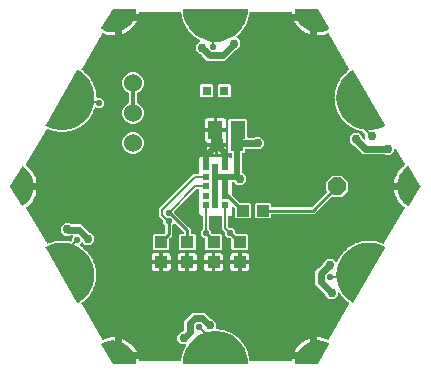
<source format=gbr>
G04 EAGLE Gerber RS-274X export*
G75*
%MOMM*%
%FSLAX34Y34*%
%LPD*%
%INTop Copper*%
%IPPOS*%
%AMOC8*
5,1,8,0,0,1.08239X$1,22.5*%
G01*
%ADD10R,1.100000X1.000000*%
%ADD11R,1.300000X1.500000*%
%ADD12R,0.800000X0.800000*%
%ADD13P,1.649562X8X22.500000*%
%ADD14C,1.524000*%
%ADD15C,1.000000*%
%ADD16R,0.500000X0.500000*%
%ADD17C,0.508000*%
%ADD18C,0.750000*%
%ADD19C,0.609600*%
%ADD20C,0.554800*%
%ADD21C,0.304800*%
%ADD22C,0.203200*%
%ADD23C,0.254000*%
%ADD24C,0.604800*%

G36*
X754753Y395606D02*
X754753Y395606D01*
X754781Y395604D01*
X754849Y395626D01*
X754920Y395640D01*
X754943Y395656D01*
X754970Y395665D01*
X755025Y395712D01*
X755084Y395753D01*
X755099Y395777D01*
X755121Y395795D01*
X755152Y395860D01*
X755191Y395920D01*
X755196Y395948D01*
X755208Y395974D01*
X755217Y396075D01*
X755224Y396117D01*
X755222Y396127D01*
X755223Y396140D01*
X754980Y399190D01*
X754971Y399222D01*
X754967Y399269D01*
X754426Y401477D01*
X757109Y401477D01*
X757394Y400408D01*
X757608Y398764D01*
X757635Y398674D01*
X757655Y398582D01*
X757670Y398557D01*
X757679Y398528D01*
X757733Y398452D01*
X757781Y398371D01*
X757804Y398352D01*
X757821Y398327D01*
X757897Y398272D01*
X757968Y398211D01*
X757996Y398200D01*
X758020Y398182D01*
X758109Y398154D01*
X758196Y398119D01*
X758234Y398115D01*
X758254Y398109D01*
X758287Y398109D01*
X758363Y398101D01*
X792738Y398101D01*
X792850Y398119D01*
X792964Y398135D01*
X792972Y398139D01*
X792981Y398140D01*
X793081Y398194D01*
X793184Y398245D01*
X793191Y398251D01*
X793198Y398256D01*
X793277Y398338D01*
X793358Y398420D01*
X793362Y398428D01*
X793368Y398434D01*
X793416Y398538D01*
X793466Y398640D01*
X793468Y398651D01*
X793471Y398657D01*
X793474Y398680D01*
X793497Y398805D01*
X793539Y399361D01*
X793536Y399396D01*
X793541Y399430D01*
X793525Y399518D01*
X793518Y399606D01*
X793504Y399638D01*
X793497Y399672D01*
X793463Y399744D01*
X793606Y400371D01*
X793608Y400404D01*
X793623Y400484D01*
X793671Y401122D01*
X793712Y401181D01*
X793769Y401249D01*
X793782Y401282D01*
X793801Y401310D01*
X793857Y401468D01*
X794347Y403615D01*
X794349Y403650D01*
X794359Y403683D01*
X794356Y403772D01*
X794362Y403861D01*
X794353Y403894D01*
X794352Y403929D01*
X794328Y404005D01*
X794563Y404604D01*
X794570Y404636D01*
X794597Y404712D01*
X794739Y405337D01*
X794789Y405389D01*
X794855Y405448D01*
X794873Y405478D01*
X794897Y405503D01*
X794975Y405651D01*
X795779Y407701D01*
X795786Y407735D01*
X795801Y407766D01*
X795812Y407855D01*
X795831Y407942D01*
X795827Y407976D01*
X795831Y408010D01*
X795819Y408089D01*
X796141Y408647D01*
X796153Y408677D01*
X796190Y408749D01*
X796424Y409345D01*
X796481Y409389D01*
X796555Y409437D01*
X796577Y409465D01*
X796604Y409486D01*
X796704Y409621D01*
X797555Y411096D01*
X797589Y411185D01*
X797629Y411272D01*
X797632Y411300D01*
X797642Y411326D01*
X797646Y411421D01*
X797656Y411516D01*
X797650Y411543D01*
X797651Y411572D01*
X797624Y411663D01*
X797604Y411756D01*
X797589Y411781D01*
X797581Y411808D01*
X797527Y411885D01*
X797478Y411967D01*
X797456Y411986D01*
X797440Y412009D01*
X797363Y412065D01*
X797291Y412127D01*
X797265Y412138D01*
X797242Y412155D01*
X797151Y412184D01*
X797063Y412219D01*
X797027Y412223D01*
X797008Y412230D01*
X796975Y412229D01*
X796896Y412238D01*
X793153Y412238D01*
X790063Y415328D01*
X790063Y419697D01*
X793153Y422787D01*
X793830Y422787D01*
X793920Y422802D01*
X794011Y422809D01*
X794041Y422822D01*
X794073Y422827D01*
X794154Y422870D01*
X794237Y422905D01*
X794270Y422931D01*
X794290Y422942D01*
X794312Y422965D01*
X794368Y423010D01*
X795896Y424538D01*
X795949Y424612D01*
X796008Y424681D01*
X796021Y424711D01*
X796039Y424737D01*
X796066Y424824D01*
X796100Y424909D01*
X796105Y424950D01*
X796112Y424972D01*
X796111Y425005D01*
X796119Y425076D01*
X796119Y431974D01*
X803101Y438956D01*
X812974Y438956D01*
X815876Y436055D01*
X817808Y434123D01*
X817882Y434070D01*
X817951Y434010D01*
X817982Y433998D01*
X818008Y433979D01*
X818095Y433952D01*
X818180Y433918D01*
X818220Y433914D01*
X818243Y433907D01*
X818275Y433908D01*
X818346Y433900D01*
X819747Y433900D01*
X822837Y430810D01*
X822837Y426440D01*
X822746Y426349D01*
X822704Y426291D01*
X822655Y426239D01*
X822633Y426191D01*
X822602Y426149D01*
X822581Y426080D01*
X822551Y426015D01*
X822545Y425964D01*
X822530Y425914D01*
X822532Y425842D01*
X822524Y425771D01*
X822535Y425720D01*
X822536Y425668D01*
X822561Y425601D01*
X822576Y425531D01*
X822603Y425486D01*
X822621Y425437D01*
X822666Y425381D01*
X822702Y425320D01*
X822742Y425286D01*
X822774Y425245D01*
X822835Y425206D01*
X822889Y425160D01*
X822938Y425140D01*
X822981Y425112D01*
X823051Y425095D01*
X823117Y425068D01*
X823189Y425060D01*
X823220Y425052D01*
X823243Y425054D01*
X823284Y425049D01*
X823426Y425049D01*
X823460Y425055D01*
X823495Y425052D01*
X823581Y425075D01*
X823669Y425089D01*
X823699Y425105D01*
X823733Y425114D01*
X823802Y425154D01*
X824438Y425058D01*
X824471Y425058D01*
X824552Y425049D01*
X825192Y425049D01*
X825254Y425013D01*
X825326Y424961D01*
X825359Y424951D01*
X825389Y424933D01*
X825551Y424890D01*
X827728Y424562D01*
X827763Y424562D01*
X827797Y424555D01*
X827885Y424564D01*
X827974Y424565D01*
X828007Y424576D01*
X828041Y424580D01*
X828115Y424609D01*
X828730Y424419D01*
X828763Y424415D01*
X828841Y424394D01*
X829475Y424299D01*
X829530Y424253D01*
X829594Y424191D01*
X829625Y424176D01*
X829652Y424154D01*
X829806Y424088D01*
X831910Y423439D01*
X831944Y423434D01*
X831977Y423421D01*
X832066Y423417D01*
X832154Y423405D01*
X832188Y423411D01*
X832222Y423410D01*
X832300Y423428D01*
X832880Y423148D01*
X832911Y423139D01*
X832986Y423107D01*
X833597Y422918D01*
X833646Y422865D01*
X833699Y422794D01*
X833728Y422775D01*
X833751Y422749D01*
X833894Y422660D01*
X835878Y421705D01*
X835911Y421695D01*
X835941Y421678D01*
X836028Y421660D01*
X836114Y421635D01*
X836148Y421636D01*
X836182Y421630D01*
X836261Y421636D01*
X836793Y421273D01*
X836823Y421259D01*
X836892Y421216D01*
X837469Y420938D01*
X837508Y420879D01*
X837551Y420801D01*
X837576Y420777D01*
X837596Y420748D01*
X837723Y420639D01*
X839542Y419399D01*
X839574Y419384D01*
X839601Y419363D01*
X839685Y419332D01*
X839765Y419295D01*
X839800Y419291D01*
X839832Y419279D01*
X839912Y419273D01*
X840383Y418836D01*
X840411Y418817D01*
X840472Y418765D01*
X841001Y418404D01*
X841012Y418382D01*
X841013Y418375D01*
X841022Y418359D01*
X841032Y418339D01*
X841062Y418256D01*
X841084Y418228D01*
X841099Y418197D01*
X841208Y418070D01*
X842823Y416572D01*
X842851Y416553D01*
X842875Y416528D01*
X842913Y416507D01*
X842944Y416481D01*
X842985Y416464D01*
X843028Y416436D01*
X843061Y416428D01*
X843091Y416411D01*
X843152Y416397D01*
X843172Y416389D01*
X843570Y415890D01*
X843576Y415885D01*
X843579Y415880D01*
X843601Y415861D01*
X843648Y415807D01*
X844117Y415371D01*
X844138Y415303D01*
X844155Y415215D01*
X844173Y415185D01*
X844183Y415152D01*
X844272Y415010D01*
X845645Y413289D01*
X845670Y413266D01*
X845690Y413237D01*
X845762Y413183D01*
X845827Y413124D01*
X845859Y413110D01*
X845887Y413089D01*
X845961Y413060D01*
X846282Y412503D01*
X846303Y412477D01*
X846347Y412409D01*
X846746Y411908D01*
X846756Y411837D01*
X846760Y411748D01*
X846773Y411716D01*
X846778Y411682D01*
X846845Y411528D01*
X847946Y409621D01*
X847968Y409594D01*
X847983Y409563D01*
X848046Y409499D01*
X848102Y409431D01*
X848131Y409412D01*
X848156Y409388D01*
X848225Y409348D01*
X848460Y408749D01*
X848476Y408721D01*
X848509Y408646D01*
X848829Y408092D01*
X848829Y408020D01*
X848820Y407932D01*
X848827Y407898D01*
X848827Y407863D01*
X848871Y407701D01*
X849675Y405651D01*
X849693Y405622D01*
X849703Y405589D01*
X849755Y405517D01*
X849801Y405440D01*
X849827Y405417D01*
X849848Y405389D01*
X849910Y405340D01*
X850053Y404712D01*
X850065Y404682D01*
X850087Y404604D01*
X850320Y404008D01*
X850309Y403937D01*
X850287Y403851D01*
X850290Y403816D01*
X850284Y403782D01*
X850303Y403615D01*
X850793Y401468D01*
X850806Y401436D01*
X850812Y401402D01*
X850853Y401323D01*
X850886Y401241D01*
X850909Y401214D01*
X850925Y401184D01*
X850979Y401126D01*
X851027Y400484D01*
X851035Y400452D01*
X851044Y400371D01*
X851186Y399747D01*
X851165Y399678D01*
X851130Y399597D01*
X851128Y399562D01*
X851117Y399529D01*
X851111Y399361D01*
X851153Y398805D01*
X851180Y398694D01*
X851204Y398582D01*
X851208Y398575D01*
X851210Y398566D01*
X851272Y398469D01*
X851330Y398371D01*
X851337Y398365D01*
X851341Y398358D01*
X851430Y398285D01*
X851517Y398211D01*
X851525Y398208D01*
X851532Y398202D01*
X851638Y398162D01*
X851745Y398119D01*
X851756Y398118D01*
X851762Y398116D01*
X851785Y398115D01*
X851912Y398101D01*
X886287Y398101D01*
X886380Y398116D01*
X886473Y398124D01*
X886500Y398136D01*
X886530Y398140D01*
X886613Y398184D01*
X886699Y398222D01*
X886721Y398242D01*
X886747Y398256D01*
X886812Y398323D01*
X886881Y398386D01*
X886896Y398412D01*
X886917Y398434D01*
X886956Y398519D01*
X887002Y398601D01*
X887011Y398637D01*
X887020Y398657D01*
X887024Y398690D01*
X887042Y398764D01*
X887256Y400409D01*
X887541Y401477D01*
X890224Y401477D01*
X889683Y399269D01*
X889681Y399235D01*
X889670Y399190D01*
X889427Y396140D01*
X889431Y396111D01*
X889426Y396083D01*
X889443Y396014D01*
X889451Y395942D01*
X889466Y395918D01*
X889472Y395890D01*
X889515Y395832D01*
X889551Y395770D01*
X889573Y395753D01*
X889590Y395730D01*
X889652Y395693D01*
X889709Y395650D01*
X889737Y395643D01*
X889761Y395628D01*
X889861Y395612D01*
X889902Y395601D01*
X889912Y395603D01*
X889925Y395601D01*
X908925Y395601D01*
X909001Y395616D01*
X909079Y395625D01*
X909098Y395636D01*
X909120Y395640D01*
X909184Y395684D01*
X909252Y395723D01*
X909268Y395742D01*
X909284Y395753D01*
X909308Y395791D01*
X909358Y395851D01*
X918858Y412351D01*
X918867Y412378D01*
X918883Y412402D01*
X918898Y412472D01*
X918921Y412540D01*
X918918Y412568D01*
X918924Y412596D01*
X918911Y412667D01*
X918905Y412738D01*
X918892Y412763D01*
X918886Y412791D01*
X918846Y412851D01*
X918813Y412914D01*
X918791Y412932D01*
X918775Y412956D01*
X918692Y413014D01*
X918660Y413041D01*
X918649Y413044D01*
X918639Y413051D01*
X915873Y414360D01*
X915840Y414368D01*
X915797Y414388D01*
X912857Y415236D01*
X912823Y415239D01*
X912779Y415252D01*
X909741Y415617D01*
X909707Y415614D01*
X909660Y415620D01*
X906603Y415493D01*
X906570Y415485D01*
X906523Y415484D01*
X906448Y415468D01*
X906448Y418040D01*
X907466Y418175D01*
X910357Y418178D01*
X913224Y417804D01*
X916017Y417060D01*
X917580Y416414D01*
X917645Y416399D01*
X917670Y416389D01*
X917690Y416387D01*
X917759Y416365D01*
X917789Y416366D01*
X917819Y416359D01*
X917912Y416367D01*
X918005Y416369D01*
X918033Y416379D01*
X918064Y416382D01*
X918149Y416420D01*
X918236Y416451D01*
X918261Y416470D01*
X918289Y416482D01*
X918332Y416522D01*
X918338Y416526D01*
X918357Y416545D01*
X918430Y416602D01*
X918453Y416634D01*
X918470Y416649D01*
X918485Y416677D01*
X918495Y416690D01*
X918508Y416704D01*
X918513Y416715D01*
X918530Y416738D01*
X935692Y446464D01*
X935732Y446572D01*
X935740Y446590D01*
X935752Y446616D01*
X935752Y446621D01*
X935775Y446677D01*
X935776Y446686D01*
X935779Y446694D01*
X935783Y446808D01*
X935790Y446923D01*
X935787Y446931D01*
X935788Y446940D01*
X935755Y447050D01*
X935725Y447160D01*
X935720Y447167D01*
X935718Y447176D01*
X935652Y447270D01*
X935588Y447365D01*
X935580Y447371D01*
X935576Y447377D01*
X935558Y447391D01*
X935461Y447474D01*
X935006Y447784D01*
X934974Y447799D01*
X934947Y447820D01*
X934864Y447850D01*
X934783Y447888D01*
X934748Y447892D01*
X934716Y447903D01*
X934637Y447909D01*
X934165Y448347D01*
X934137Y448365D01*
X934076Y448418D01*
X933546Y448778D01*
X933516Y448843D01*
X933485Y448927D01*
X933464Y448954D01*
X933449Y448985D01*
X933339Y449112D01*
X931723Y450611D01*
X931694Y450630D01*
X931670Y450655D01*
X931592Y450698D01*
X931518Y450747D01*
X931485Y450756D01*
X931454Y450772D01*
X931377Y450790D01*
X930975Y451293D01*
X930951Y451315D01*
X930898Y451376D01*
X930428Y451812D01*
X930408Y451880D01*
X930390Y451967D01*
X930373Y451997D01*
X930363Y452031D01*
X930273Y452172D01*
X928898Y453895D01*
X928873Y453919D01*
X928853Y453947D01*
X928782Y454001D01*
X928716Y454060D01*
X928684Y454074D01*
X928656Y454095D01*
X928582Y454124D01*
X928260Y454681D01*
X928239Y454707D01*
X928196Y454775D01*
X927797Y455276D01*
X927787Y455347D01*
X927782Y455435D01*
X927770Y455468D01*
X927765Y455502D01*
X927697Y455656D01*
X927445Y456092D01*
X927415Y456129D01*
X927392Y456171D01*
X927337Y456224D01*
X927289Y456282D01*
X927249Y456308D01*
X927214Y456341D01*
X927145Y456373D01*
X927081Y456413D01*
X927034Y456424D01*
X926991Y456444D01*
X926916Y456453D01*
X926842Y456470D01*
X926794Y456466D01*
X926747Y456471D01*
X926672Y456455D01*
X926597Y456449D01*
X926553Y456429D01*
X926506Y456419D01*
X926441Y456380D01*
X926371Y456350D01*
X926336Y456317D01*
X926295Y456293D01*
X926246Y456235D01*
X926190Y456184D01*
X926166Y456142D01*
X926135Y456106D01*
X926107Y456036D01*
X926070Y455969D01*
X926061Y455922D01*
X926043Y455878D01*
X926029Y455749D01*
X926025Y455728D01*
X926026Y455721D01*
X926025Y455711D01*
X926025Y453428D01*
X922935Y450338D01*
X918565Y450338D01*
X915475Y453428D01*
X915475Y454105D01*
X915461Y454195D01*
X915453Y454286D01*
X915441Y454316D01*
X915436Y454348D01*
X915393Y454429D01*
X915357Y454512D01*
X915331Y454545D01*
X915320Y454565D01*
X915297Y454587D01*
X915252Y454643D01*
X909939Y459956D01*
X907038Y462858D01*
X907038Y474094D01*
X909939Y476995D01*
X913665Y480721D01*
X913718Y480795D01*
X913777Y480864D01*
X913789Y480894D01*
X913808Y480920D01*
X913835Y481007D01*
X913869Y481092D01*
X913874Y481133D01*
X913881Y481155D01*
X913880Y481188D01*
X913888Y481259D01*
X913888Y481610D01*
X916978Y484700D01*
X921347Y484700D01*
X924188Y481859D01*
X924231Y481828D01*
X924268Y481790D01*
X924330Y481757D01*
X924387Y481716D01*
X924438Y481700D01*
X924485Y481676D01*
X924555Y481664D01*
X924623Y481643D01*
X924676Y481645D01*
X924728Y481636D01*
X924798Y481648D01*
X924868Y481650D01*
X924918Y481668D01*
X924971Y481677D01*
X925033Y481710D01*
X925099Y481734D01*
X925141Y481768D01*
X925188Y481792D01*
X925236Y481844D01*
X925291Y481888D01*
X925320Y481933D01*
X925357Y481971D01*
X925409Y482071D01*
X925424Y482095D01*
X925427Y482105D01*
X925435Y482120D01*
X925662Y482699D01*
X925669Y482733D01*
X925684Y482764D01*
X925695Y482853D01*
X925714Y482940D01*
X925710Y482974D01*
X925714Y483009D01*
X925702Y483087D01*
X926023Y483645D01*
X926035Y483675D01*
X926073Y483747D01*
X926307Y484343D01*
X926363Y484387D01*
X926438Y484436D01*
X926459Y484463D01*
X926487Y484484D01*
X926586Y484619D01*
X927687Y486529D01*
X927700Y486561D01*
X927719Y486590D01*
X927743Y486676D01*
X927774Y486759D01*
X927776Y486793D01*
X927785Y486827D01*
X927785Y486906D01*
X928186Y487410D01*
X928202Y487438D01*
X928250Y487504D01*
X928570Y488058D01*
X928632Y488094D01*
X928713Y488130D01*
X928739Y488154D01*
X928769Y488171D01*
X928887Y488290D01*
X930261Y490013D01*
X930278Y490044D01*
X930301Y490069D01*
X930338Y490151D01*
X930381Y490228D01*
X930388Y490262D01*
X930402Y490294D01*
X930413Y490372D01*
X930885Y490810D01*
X930905Y490836D01*
X930962Y490894D01*
X931362Y491395D01*
X931429Y491420D01*
X931514Y491444D01*
X931543Y491464D01*
X931575Y491476D01*
X931710Y491576D01*
X933325Y493076D01*
X933347Y493103D01*
X933374Y493125D01*
X933421Y493200D01*
X933476Y493270D01*
X933488Y493303D01*
X933506Y493332D01*
X933529Y493408D01*
X934061Y493771D01*
X934085Y493793D01*
X934150Y493842D01*
X934619Y494277D01*
X934689Y494293D01*
X934778Y494304D01*
X934809Y494319D01*
X934843Y494326D01*
X934991Y494405D01*
X936812Y495647D01*
X936837Y495671D01*
X936867Y495689D01*
X936925Y495755D01*
X936990Y495817D01*
X937006Y495848D01*
X937029Y495874D01*
X937063Y495945D01*
X937643Y496225D01*
X937670Y496244D01*
X937741Y496282D01*
X938270Y496642D01*
X938342Y496647D01*
X938431Y496645D01*
X938464Y496655D01*
X938499Y496658D01*
X938657Y496713D01*
X940642Y497670D01*
X940671Y497690D01*
X940703Y497703D01*
X940771Y497760D01*
X940844Y497811D01*
X940864Y497839D01*
X940891Y497862D01*
X940935Y497927D01*
X941550Y498117D01*
X941580Y498132D01*
X941656Y498159D01*
X942233Y498437D01*
X942305Y498431D01*
X942392Y498416D01*
X942426Y498421D01*
X942461Y498418D01*
X942626Y498449D01*
X944732Y499100D01*
X944763Y499115D01*
X944797Y499123D01*
X944872Y499170D01*
X944952Y499209D01*
X944977Y499234D01*
X945006Y499252D01*
X945060Y499310D01*
X945696Y499407D01*
X945728Y499417D01*
X945807Y499432D01*
X946419Y499621D01*
X946489Y499604D01*
X946573Y499576D01*
X946608Y499576D01*
X946642Y499568D01*
X946809Y499575D01*
X948989Y499904D01*
X949022Y499915D01*
X949056Y499917D01*
X949138Y499952D01*
X949223Y499979D01*
X949251Y500000D01*
X949283Y500014D01*
X949344Y500063D01*
X949988Y500063D01*
X950021Y500069D01*
X950102Y500072D01*
X950735Y500168D01*
X950801Y500141D01*
X950880Y500100D01*
X950915Y500095D01*
X950947Y500082D01*
X951114Y500064D01*
X953318Y500065D01*
X953352Y500070D01*
X953387Y500068D01*
X953473Y500090D01*
X953560Y500104D01*
X953591Y500121D01*
X953625Y500129D01*
X953693Y500169D01*
X954330Y500073D01*
X954363Y500074D01*
X954443Y500065D01*
X955084Y500065D01*
X955146Y500029D01*
X955218Y499977D01*
X955251Y499967D01*
X955281Y499949D01*
X955443Y499906D01*
X957623Y499578D01*
X957657Y499579D01*
X957691Y499571D01*
X957780Y499580D01*
X957868Y499581D01*
X957901Y499593D01*
X957936Y499596D01*
X958010Y499626D01*
X958625Y499436D01*
X958657Y499432D01*
X958735Y499411D01*
X959369Y499316D01*
X959425Y499270D01*
X959488Y499208D01*
X959519Y499193D01*
X959546Y499171D01*
X959700Y499105D01*
X961807Y498456D01*
X961841Y498451D01*
X961873Y498438D01*
X961962Y498434D01*
X962050Y498422D01*
X962084Y498429D01*
X962119Y498427D01*
X962196Y498445D01*
X962776Y498166D01*
X962808Y498156D01*
X962882Y498124D01*
X963494Y497936D01*
X963543Y497883D01*
X963596Y497812D01*
X963625Y497792D01*
X963648Y497767D01*
X963791Y497678D01*
X964303Y497431D01*
X964412Y497399D01*
X964522Y497364D01*
X964531Y497364D01*
X964539Y497362D01*
X964654Y497366D01*
X964768Y497368D01*
X964776Y497371D01*
X964785Y497371D01*
X964892Y497412D01*
X965000Y497450D01*
X965007Y497455D01*
X965015Y497458D01*
X965104Y497531D01*
X965193Y497601D01*
X965200Y497610D01*
X965205Y497614D01*
X965218Y497634D01*
X965293Y497736D01*
X982457Y527466D01*
X982490Y527553D01*
X982529Y527637D01*
X982533Y527667D01*
X982544Y527696D01*
X982547Y527789D01*
X982558Y527882D01*
X982551Y527911D01*
X982553Y527942D01*
X982526Y528031D01*
X982507Y528122D01*
X982491Y528148D01*
X982483Y528177D01*
X982429Y528254D01*
X982382Y528334D01*
X982354Y528361D01*
X982341Y528379D01*
X982315Y528398D01*
X982261Y528450D01*
X981197Y529266D01*
X980953Y529454D01*
X978905Y531502D01*
X977142Y533799D01*
X975694Y536307D01*
X974586Y538983D01*
X973836Y541780D01*
X973468Y544577D01*
X976061Y544577D01*
X976061Y544567D01*
X976062Y544563D01*
X976062Y544561D01*
X976068Y544534D01*
X976068Y544487D01*
X976560Y541460D01*
X976572Y541429D01*
X976579Y541382D01*
X977550Y538474D01*
X977567Y538445D01*
X977581Y538400D01*
X979006Y535685D01*
X979028Y535659D01*
X979049Y535617D01*
X980891Y533166D01*
X980916Y533143D01*
X980944Y533106D01*
X983156Y530982D01*
X983184Y530964D01*
X983218Y530931D01*
X985741Y529189D01*
X985768Y529178D01*
X985790Y529159D01*
X985859Y529139D01*
X985924Y529111D01*
X985953Y529111D01*
X985981Y529103D01*
X986052Y529111D01*
X986123Y529111D01*
X986150Y529122D01*
X986179Y529125D01*
X986241Y529160D01*
X986306Y529188D01*
X986327Y529208D01*
X986352Y529223D01*
X986415Y529300D01*
X986445Y529330D01*
X986449Y529340D01*
X986458Y529351D01*
X995958Y545851D01*
X995968Y545883D01*
X995977Y545896D01*
X995981Y545920D01*
X995982Y545924D01*
X996013Y545994D01*
X996013Y546018D01*
X996021Y546040D01*
X996015Y546116D01*
X996016Y546193D01*
X996006Y546217D01*
X996005Y546238D01*
X995984Y546277D01*
X995958Y546349D01*
X986458Y562849D01*
X986439Y562871D01*
X986426Y562897D01*
X986373Y562945D01*
X986326Y562998D01*
X986300Y563011D01*
X986279Y563030D01*
X986211Y563053D01*
X986147Y563084D01*
X986118Y563086D01*
X986091Y563095D01*
X986019Y563090D01*
X985948Y563093D01*
X985921Y563083D01*
X985892Y563081D01*
X985802Y563039D01*
X985762Y563024D01*
X985754Y563017D01*
X985741Y563011D01*
X983218Y561269D01*
X983194Y561245D01*
X983156Y561218D01*
X980944Y559094D01*
X980925Y559066D01*
X980891Y559034D01*
X979049Y556583D01*
X979035Y556552D01*
X979006Y556515D01*
X977581Y553800D01*
X977572Y553769D01*
X977556Y553744D01*
X977555Y553736D01*
X977550Y553726D01*
X976579Y550818D01*
X976575Y550784D01*
X976560Y550740D01*
X976068Y547713D01*
X976069Y547679D01*
X976061Y547633D01*
X976061Y547623D01*
X973468Y547623D01*
X973836Y550420D01*
X974586Y553217D01*
X975694Y555893D01*
X977142Y558401D01*
X978905Y560698D01*
X980953Y562746D01*
X982261Y563750D01*
X982324Y563818D01*
X982394Y563880D01*
X982408Y563907D01*
X982429Y563929D01*
X982468Y564014D01*
X982513Y564095D01*
X982519Y564125D01*
X982532Y564153D01*
X982541Y564245D01*
X982558Y564337D01*
X982554Y564367D01*
X982557Y564397D01*
X982537Y564488D01*
X982524Y564581D01*
X982509Y564616D01*
X982504Y564637D01*
X982487Y564665D01*
X982457Y564734D01*
X975070Y577528D01*
X975040Y577565D01*
X975017Y577608D01*
X974963Y577660D01*
X974914Y577719D01*
X974874Y577744D01*
X974839Y577777D01*
X974770Y577809D01*
X974706Y577849D01*
X974659Y577861D01*
X974616Y577881D01*
X974541Y577889D01*
X974467Y577907D01*
X974419Y577903D01*
X974372Y577908D01*
X974297Y577892D01*
X974222Y577885D01*
X974178Y577866D01*
X974131Y577856D01*
X974066Y577817D01*
X973997Y577786D01*
X973961Y577754D01*
X973920Y577729D01*
X973871Y577672D01*
X973815Y577621D01*
X973791Y577579D01*
X973760Y577542D01*
X973732Y577472D01*
X973695Y577406D01*
X973686Y577359D01*
X973668Y577314D01*
X973654Y577186D01*
X973650Y577164D01*
X973651Y577158D01*
X973650Y577148D01*
X973650Y575665D01*
X970560Y572575D01*
X966190Y572575D01*
X965711Y573054D01*
X965637Y573107D01*
X965568Y573167D01*
X965538Y573179D01*
X965511Y573198D01*
X965424Y573225D01*
X965340Y573259D01*
X965299Y573263D01*
X965276Y573270D01*
X965244Y573269D01*
X965173Y573277D01*
X947431Y573277D01*
X940418Y580290D01*
X940344Y580343D01*
X940275Y580402D01*
X940245Y580414D01*
X940219Y580433D01*
X940132Y580460D01*
X940047Y580494D01*
X940006Y580499D01*
X939984Y580506D01*
X939951Y580505D01*
X939880Y580513D01*
X939203Y580513D01*
X936113Y583603D01*
X936113Y587972D01*
X939203Y591062D01*
X943572Y591062D01*
X946662Y587972D01*
X946662Y587295D01*
X946677Y587205D01*
X946684Y587114D01*
X946697Y587084D01*
X946702Y587052D01*
X946745Y586971D01*
X946780Y586888D01*
X946806Y586855D01*
X946817Y586835D01*
X946840Y586813D01*
X946885Y586757D01*
X948092Y585550D01*
X948150Y585508D01*
X948202Y585459D01*
X948249Y585437D01*
X948291Y585407D01*
X948360Y585386D01*
X948425Y585355D01*
X948477Y585350D01*
X948526Y585334D01*
X948598Y585336D01*
X948669Y585328D01*
X948720Y585339D01*
X948772Y585341D01*
X948840Y585365D01*
X948910Y585381D01*
X948954Y585407D01*
X949003Y585425D01*
X949059Y585470D01*
X949121Y585507D01*
X949155Y585546D01*
X949195Y585579D01*
X949234Y585639D01*
X949281Y585694D01*
X949300Y585742D01*
X949328Y585786D01*
X949346Y585855D01*
X949373Y585922D01*
X949381Y585993D01*
X949388Y586024D01*
X949387Y586048D01*
X949391Y586089D01*
X949391Y589752D01*
X949376Y589842D01*
X949369Y589933D01*
X949357Y589963D01*
X949351Y589995D01*
X949309Y590075D01*
X949273Y590159D01*
X949247Y590192D01*
X949236Y590212D01*
X949213Y590234D01*
X949168Y590290D01*
X947112Y592347D01*
X947088Y592364D01*
X947069Y592386D01*
X946989Y592435D01*
X946912Y592490D01*
X946884Y592499D01*
X946859Y592514D01*
X946767Y592535D01*
X946677Y592562D01*
X946648Y592562D01*
X946619Y592568D01*
X946525Y592559D01*
X946489Y592558D01*
X945807Y592768D01*
X945775Y592773D01*
X945696Y592793D01*
X945063Y592889D01*
X945008Y592934D01*
X944944Y592996D01*
X944913Y593011D01*
X944886Y593033D01*
X944732Y593100D01*
X942626Y593751D01*
X942591Y593755D01*
X942559Y593768D01*
X942470Y593772D01*
X942382Y593784D01*
X942348Y593778D01*
X942313Y593779D01*
X942236Y593762D01*
X941656Y594041D01*
X941625Y594050D01*
X941550Y594083D01*
X940938Y594272D01*
X940890Y594325D01*
X940836Y594396D01*
X940808Y594415D01*
X940784Y594441D01*
X940642Y594530D01*
X938657Y595487D01*
X938624Y595497D01*
X938593Y595514D01*
X938506Y595531D01*
X938421Y595556D01*
X938386Y595555D01*
X938352Y595562D01*
X938273Y595556D01*
X937741Y595918D01*
X937711Y595932D01*
X937643Y595975D01*
X937066Y596253D01*
X937026Y596313D01*
X936984Y596391D01*
X936958Y596415D01*
X936939Y596444D01*
X936812Y596553D01*
X934991Y597795D01*
X934959Y597810D01*
X934932Y597831D01*
X934849Y597861D01*
X934768Y597899D01*
X934733Y597903D01*
X934701Y597915D01*
X934622Y597920D01*
X934150Y598358D01*
X934123Y598377D01*
X934061Y598429D01*
X933532Y598790D01*
X933502Y598855D01*
X933471Y598939D01*
X933450Y598966D01*
X933435Y598997D01*
X933325Y599124D01*
X931710Y600624D01*
X931681Y600643D01*
X931657Y600668D01*
X931579Y600711D01*
X931505Y600760D01*
X931472Y600769D01*
X931441Y600785D01*
X931364Y600803D01*
X930962Y601306D01*
X930938Y601329D01*
X930885Y601390D01*
X930416Y601825D01*
X930395Y601894D01*
X930378Y601981D01*
X930360Y602011D01*
X930350Y602045D01*
X930261Y602187D01*
X928887Y603910D01*
X928862Y603933D01*
X928842Y603962D01*
X928771Y604016D01*
X928705Y604075D01*
X928673Y604089D01*
X928645Y604110D01*
X928571Y604139D01*
X928250Y604696D01*
X928229Y604722D01*
X928186Y604790D01*
X927787Y605291D01*
X927777Y605362D01*
X927772Y605451D01*
X927760Y605483D01*
X927755Y605518D01*
X927687Y605671D01*
X926586Y607581D01*
X926564Y607607D01*
X926549Y607639D01*
X926486Y607702D01*
X926430Y607771D01*
X926401Y607789D01*
X926377Y607814D01*
X926308Y607854D01*
X926073Y608453D01*
X926056Y608481D01*
X926055Y608484D01*
X926054Y608486D01*
X926053Y608487D01*
X926023Y608555D01*
X925703Y609110D01*
X925704Y609182D01*
X925713Y609270D01*
X925705Y609304D01*
X925706Y609339D01*
X925662Y609501D01*
X924857Y611553D01*
X924840Y611583D01*
X924829Y611616D01*
X924777Y611688D01*
X924732Y611764D01*
X924705Y611787D01*
X924685Y611815D01*
X924623Y611864D01*
X924480Y612492D01*
X924468Y612523D01*
X924446Y612601D01*
X924213Y613197D01*
X924224Y613268D01*
X924246Y613354D01*
X924243Y613388D01*
X924249Y613423D01*
X924230Y613589D01*
X923740Y615738D01*
X923727Y615770D01*
X923722Y615805D01*
X923681Y615884D01*
X923647Y615966D01*
X923625Y615993D01*
X923609Y616023D01*
X923555Y616081D01*
X923507Y616723D01*
X923499Y616755D01*
X923490Y616836D01*
X923348Y617460D01*
X923369Y617528D01*
X923404Y617610D01*
X923407Y617645D01*
X923417Y617678D01*
X923423Y617846D01*
X923259Y620044D01*
X923251Y620077D01*
X923251Y620112D01*
X923222Y620197D01*
X923201Y620283D01*
X923183Y620312D01*
X923172Y620345D01*
X923127Y620411D01*
X923175Y621052D01*
X923172Y621085D01*
X923175Y621166D01*
X923128Y621805D01*
X923159Y621869D01*
X923206Y621945D01*
X923214Y621979D01*
X923229Y622010D01*
X923260Y622175D01*
X923425Y624373D01*
X923422Y624407D01*
X923427Y624442D01*
X923412Y624529D01*
X923404Y624618D01*
X923390Y624650D01*
X923384Y624684D01*
X923349Y624755D01*
X923493Y625383D01*
X923495Y625416D01*
X923510Y625495D01*
X923558Y626134D01*
X923599Y626192D01*
X923656Y626261D01*
X923669Y626293D01*
X923688Y626321D01*
X923744Y626480D01*
X924235Y628629D01*
X924237Y628663D01*
X924247Y628696D01*
X924244Y628785D01*
X924250Y628874D01*
X924241Y628908D01*
X924240Y628942D01*
X924217Y629018D01*
X924452Y629617D01*
X924459Y629649D01*
X924485Y629726D01*
X924628Y630350D01*
X924677Y630402D01*
X924744Y630461D01*
X924761Y630491D01*
X924785Y630516D01*
X924863Y630665D01*
X925669Y632716D01*
X925677Y632750D01*
X925692Y632781D01*
X925702Y632870D01*
X925721Y632957D01*
X925717Y632991D01*
X925721Y633026D01*
X925710Y633104D01*
X926032Y633661D01*
X926043Y633692D01*
X926081Y633764D01*
X926315Y634360D01*
X926372Y634404D01*
X926446Y634452D01*
X926468Y634479D01*
X926495Y634501D01*
X926595Y634636D01*
X927697Y636544D01*
X927710Y636577D01*
X927729Y636606D01*
X927753Y636691D01*
X927784Y636774D01*
X927786Y636809D01*
X927795Y636843D01*
X927795Y636922D01*
X928196Y637425D01*
X928209Y637448D01*
X928226Y637466D01*
X928235Y637484D01*
X928260Y637519D01*
X928581Y638073D01*
X928643Y638109D01*
X928724Y638145D01*
X928750Y638169D01*
X928780Y638186D01*
X928898Y638305D01*
X930273Y640028D01*
X930290Y640058D01*
X930314Y640083D01*
X930350Y640164D01*
X930393Y640242D01*
X930400Y640276D01*
X930414Y640308D01*
X930426Y640386D01*
X930898Y640824D01*
X930918Y640850D01*
X930975Y640907D01*
X931375Y641408D01*
X931441Y641433D01*
X931527Y641457D01*
X931556Y641477D01*
X931588Y641489D01*
X931723Y641589D01*
X933339Y643088D01*
X933360Y643115D01*
X933388Y643137D01*
X933436Y643212D01*
X933490Y643282D01*
X933502Y643315D01*
X933520Y643344D01*
X933544Y643420D01*
X934076Y643782D01*
X934100Y643805D01*
X934165Y643853D01*
X934634Y644289D01*
X934704Y644304D01*
X934793Y644315D01*
X934824Y644330D01*
X934858Y644337D01*
X935006Y644416D01*
X935461Y644726D01*
X935544Y644805D01*
X935629Y644882D01*
X935633Y644890D01*
X935639Y644896D01*
X935693Y644997D01*
X935748Y645097D01*
X935750Y645105D01*
X935754Y645113D01*
X935773Y645226D01*
X935793Y645339D01*
X935792Y645347D01*
X935794Y645356D01*
X935775Y645469D01*
X935759Y645582D01*
X935755Y645592D01*
X935754Y645599D01*
X935743Y645619D01*
X935692Y645736D01*
X918530Y675462D01*
X918471Y675534D01*
X918418Y675611D01*
X918393Y675629D01*
X918374Y675653D01*
X918295Y675702D01*
X918221Y675758D01*
X918192Y675767D01*
X918165Y675784D01*
X918075Y675805D01*
X917987Y675834D01*
X917956Y675834D01*
X917926Y675841D01*
X917834Y675833D01*
X917741Y675832D01*
X917704Y675821D01*
X917681Y675819D01*
X917652Y675806D01*
X917580Y675785D01*
X916017Y675140D01*
X913224Y674396D01*
X910357Y674022D01*
X907466Y674025D01*
X906448Y674160D01*
X906448Y676732D01*
X906523Y676716D01*
X906557Y676716D01*
X906603Y676707D01*
X909660Y676580D01*
X909694Y676585D01*
X909741Y676583D01*
X912779Y676948D01*
X912811Y676959D01*
X912857Y676964D01*
X915797Y677812D01*
X915827Y677828D01*
X915873Y677840D01*
X918639Y679149D01*
X918661Y679166D01*
X918688Y679176D01*
X918740Y679225D01*
X918798Y679268D01*
X918812Y679293D01*
X918833Y679312D01*
X918862Y679378D01*
X918898Y679440D01*
X918901Y679468D01*
X918913Y679494D01*
X918914Y679566D01*
X918923Y679637D01*
X918915Y679664D01*
X918916Y679693D01*
X918880Y679788D01*
X918869Y679828D01*
X918862Y679837D01*
X918858Y679849D01*
X909358Y696349D01*
X909306Y696408D01*
X909260Y696470D01*
X909241Y696481D01*
X909226Y696498D01*
X909156Y696532D01*
X909089Y696572D01*
X909065Y696576D01*
X909047Y696584D01*
X909002Y696586D01*
X908925Y696599D01*
X889925Y696599D01*
X889897Y696594D01*
X889869Y696596D01*
X889801Y696574D01*
X889730Y696560D01*
X889707Y696544D01*
X889680Y696535D01*
X889625Y696488D01*
X889566Y696447D01*
X889551Y696423D01*
X889530Y696405D01*
X889498Y696340D01*
X889459Y696280D01*
X889454Y696252D01*
X889442Y696226D01*
X889433Y696125D01*
X889426Y696083D01*
X889428Y696073D01*
X889427Y696060D01*
X889670Y693010D01*
X889679Y692978D01*
X889683Y692931D01*
X890224Y690723D01*
X887541Y690723D01*
X887256Y691792D01*
X887042Y693436D01*
X887015Y693526D01*
X886995Y693618D01*
X886980Y693643D01*
X886971Y693672D01*
X886917Y693748D01*
X886869Y693829D01*
X886846Y693848D01*
X886829Y693873D01*
X886753Y693928D01*
X886682Y693989D01*
X886654Y694000D01*
X886630Y694018D01*
X886541Y694046D01*
X886454Y694081D01*
X886416Y694085D01*
X886395Y694091D01*
X886363Y694091D01*
X886287Y694099D01*
X851912Y694099D01*
X851800Y694081D01*
X851686Y694065D01*
X851678Y694061D01*
X851669Y694060D01*
X851569Y694006D01*
X851466Y693955D01*
X851459Y693949D01*
X851452Y693944D01*
X851373Y693862D01*
X851292Y693780D01*
X851288Y693772D01*
X851282Y693766D01*
X851234Y693662D01*
X851184Y693560D01*
X851182Y693549D01*
X851179Y693543D01*
X851176Y693520D01*
X851153Y693395D01*
X851111Y692839D01*
X851114Y692804D01*
X851109Y692770D01*
X851125Y692682D01*
X851132Y692594D01*
X851146Y692562D01*
X851153Y692528D01*
X851187Y692456D01*
X851044Y691829D01*
X851042Y691796D01*
X851027Y691716D01*
X850979Y691078D01*
X850938Y691019D01*
X850881Y690951D01*
X850868Y690918D01*
X850849Y690890D01*
X850793Y690732D01*
X850303Y688585D01*
X850301Y688550D01*
X850291Y688517D01*
X850294Y688428D01*
X850288Y688339D01*
X850297Y688306D01*
X850298Y688271D01*
X850322Y688195D01*
X850087Y687596D01*
X850080Y687564D01*
X850053Y687488D01*
X849911Y686863D01*
X849861Y686811D01*
X849795Y686752D01*
X849777Y686722D01*
X849753Y686697D01*
X849675Y686549D01*
X848871Y684499D01*
X848864Y684465D01*
X848849Y684434D01*
X848838Y684345D01*
X848819Y684258D01*
X848823Y684224D01*
X848819Y684190D01*
X848831Y684111D01*
X848509Y683554D01*
X848497Y683523D01*
X848460Y683451D01*
X848226Y682855D01*
X848169Y682811D01*
X848095Y682763D01*
X848073Y682735D01*
X848046Y682714D01*
X847946Y682579D01*
X846845Y680672D01*
X846833Y680640D01*
X846814Y680611D01*
X846790Y680525D01*
X846758Y680442D01*
X846757Y680407D01*
X846748Y680374D01*
X846748Y680294D01*
X846347Y679791D01*
X846330Y679762D01*
X846282Y679697D01*
X845962Y679143D01*
X845900Y679107D01*
X845819Y679071D01*
X845794Y679047D01*
X845763Y679030D01*
X845645Y678911D01*
X844272Y677190D01*
X844259Y677166D01*
X844240Y677146D01*
X844237Y677140D01*
X844232Y677134D01*
X844195Y677053D01*
X844152Y676975D01*
X844146Y676943D01*
X844137Y676923D01*
X844136Y676921D01*
X844131Y676909D01*
X844119Y676831D01*
X843648Y676393D01*
X843627Y676367D01*
X843570Y676310D01*
X843171Y675809D01*
X843104Y675783D01*
X843018Y675759D01*
X842990Y675740D01*
X842957Y675727D01*
X842823Y675628D01*
X841208Y674130D01*
X841187Y674103D01*
X841160Y674081D01*
X841112Y674006D01*
X841058Y673936D01*
X841046Y673903D01*
X841027Y673874D01*
X841004Y673798D01*
X840472Y673435D01*
X840448Y673413D01*
X840383Y673364D01*
X840269Y673258D01*
X840248Y673231D01*
X840221Y673209D01*
X840173Y673134D01*
X840118Y673064D01*
X840106Y673031D01*
X840088Y673003D01*
X840066Y672916D01*
X840037Y672831D01*
X840036Y672797D01*
X840028Y672764D01*
X840035Y672675D01*
X840034Y672585D01*
X840044Y672553D01*
X840047Y672519D01*
X840082Y672437D01*
X840109Y672351D01*
X840130Y672324D01*
X840143Y672292D01*
X840248Y672162D01*
X843475Y668935D01*
X843475Y664565D01*
X840385Y661475D01*
X839707Y661475D01*
X839617Y661461D01*
X839526Y661453D01*
X839497Y661441D01*
X839465Y661436D01*
X839384Y661393D01*
X839300Y661357D01*
X839268Y661331D01*
X839247Y661320D01*
X839225Y661297D01*
X839169Y661252D01*
X830312Y652395D01*
X815433Y652395D01*
X811353Y656475D01*
X809751Y658077D01*
X809677Y658130D01*
X809608Y658190D01*
X809578Y658202D01*
X809551Y658221D01*
X809464Y658248D01*
X809380Y658282D01*
X809339Y658286D01*
X809316Y658293D01*
X809284Y658292D01*
X809213Y658300D01*
X809028Y658300D01*
X805938Y661390D01*
X805938Y665760D01*
X809062Y668884D01*
X809097Y668889D01*
X809164Y668925D01*
X809236Y668952D01*
X809273Y668982D01*
X809314Y669005D01*
X809367Y669060D01*
X809426Y669108D01*
X809451Y669148D01*
X809484Y669183D01*
X809516Y669252D01*
X809556Y669317D01*
X809567Y669363D01*
X809587Y669406D01*
X809596Y669482D01*
X809614Y669556D01*
X809609Y669603D01*
X809615Y669650D01*
X809598Y669725D01*
X809591Y669801D01*
X809572Y669844D01*
X809562Y669891D01*
X809523Y669956D01*
X809492Y670026D01*
X809460Y670061D01*
X809436Y670102D01*
X809378Y670152D01*
X809327Y670208D01*
X809273Y670242D01*
X809249Y670262D01*
X809225Y670272D01*
X809185Y670297D01*
X808772Y670495D01*
X808739Y670505D01*
X808709Y670522D01*
X808622Y670540D01*
X808536Y670565D01*
X808502Y670564D01*
X808468Y670570D01*
X808389Y670564D01*
X807857Y670927D01*
X807827Y670941D01*
X807758Y670984D01*
X807181Y671262D01*
X807142Y671321D01*
X807099Y671399D01*
X807074Y671423D01*
X807054Y671452D01*
X806927Y671561D01*
X805108Y672801D01*
X805076Y672816D01*
X805049Y672837D01*
X804965Y672868D01*
X804885Y672905D01*
X804850Y672909D01*
X804818Y672921D01*
X804738Y672927D01*
X804267Y673364D01*
X804239Y673383D01*
X804178Y673435D01*
X803649Y673796D01*
X803618Y673861D01*
X803588Y673944D01*
X803566Y673972D01*
X803551Y674003D01*
X803442Y674130D01*
X801827Y675628D01*
X801799Y675647D01*
X801775Y675672D01*
X801697Y675714D01*
X801622Y675764D01*
X801589Y675772D01*
X801559Y675789D01*
X801481Y675806D01*
X801080Y676310D01*
X801055Y676332D01*
X801002Y676393D01*
X800533Y676829D01*
X800512Y676897D01*
X800495Y676985D01*
X800489Y676995D01*
X800488Y676998D01*
X800476Y677018D01*
X800467Y677048D01*
X800378Y677190D01*
X799005Y678911D01*
X798979Y678934D01*
X798960Y678963D01*
X798889Y679017D01*
X798823Y679076D01*
X798791Y679090D01*
X798763Y679111D01*
X798689Y679140D01*
X798367Y679697D01*
X798347Y679723D01*
X798303Y679791D01*
X797904Y680292D01*
X797894Y680363D01*
X797890Y680452D01*
X797877Y680484D01*
X797872Y680518D01*
X797805Y680672D01*
X796704Y682579D01*
X796682Y682606D01*
X796667Y682637D01*
X796604Y682701D01*
X796548Y682769D01*
X796519Y682788D01*
X796494Y682812D01*
X796425Y682852D01*
X796190Y683451D01*
X796174Y683479D01*
X796141Y683554D01*
X795821Y684108D01*
X795821Y684180D01*
X795830Y684268D01*
X795823Y684302D01*
X795823Y684337D01*
X795779Y684499D01*
X794975Y686549D01*
X794957Y686578D01*
X794947Y686611D01*
X794895Y686683D01*
X794849Y686760D01*
X794823Y686783D01*
X794802Y686811D01*
X794740Y686860D01*
X794597Y687488D01*
X794585Y687518D01*
X794563Y687596D01*
X794330Y688192D01*
X794341Y688263D01*
X794363Y688349D01*
X794360Y688384D01*
X794366Y688418D01*
X794347Y688585D01*
X793857Y690732D01*
X793844Y690764D01*
X793838Y690798D01*
X793797Y690877D01*
X793764Y690959D01*
X793741Y690986D01*
X793725Y691016D01*
X793671Y691074D01*
X793623Y691716D01*
X793615Y691748D01*
X793606Y691829D01*
X793464Y692453D01*
X793485Y692522D01*
X793520Y692604D01*
X793522Y692638D01*
X793533Y692671D01*
X793539Y692839D01*
X793497Y693395D01*
X793470Y693506D01*
X793446Y693618D01*
X793442Y693625D01*
X793440Y693634D01*
X793379Y693731D01*
X793320Y693829D01*
X793313Y693835D01*
X793309Y693842D01*
X793220Y693914D01*
X793133Y693989D01*
X793125Y693992D01*
X793118Y693998D01*
X793011Y694038D01*
X792905Y694081D01*
X792894Y694082D01*
X792888Y694084D01*
X792865Y694085D01*
X792738Y694099D01*
X758363Y694099D01*
X758270Y694084D01*
X758177Y694076D01*
X758150Y694064D01*
X758120Y694060D01*
X758037Y694016D01*
X757951Y693978D01*
X757929Y693958D01*
X757903Y693944D01*
X757838Y693877D01*
X757769Y693814D01*
X757754Y693788D01*
X757733Y693766D01*
X757694Y693681D01*
X757648Y693599D01*
X757639Y693563D01*
X757630Y693543D01*
X757626Y693510D01*
X757608Y693436D01*
X757394Y691791D01*
X757109Y690723D01*
X754426Y690723D01*
X754967Y692931D01*
X754969Y692965D01*
X754980Y693010D01*
X755223Y696060D01*
X755219Y696089D01*
X755224Y696117D01*
X755207Y696186D01*
X755199Y696258D01*
X755185Y696282D01*
X755178Y696310D01*
X755135Y696368D01*
X755100Y696430D01*
X755077Y696447D01*
X755060Y696470D01*
X754998Y696507D01*
X754941Y696550D01*
X754913Y696557D01*
X754889Y696572D01*
X754789Y696588D01*
X754748Y696599D01*
X754738Y696597D01*
X754725Y696599D01*
X735725Y696599D01*
X735649Y696584D01*
X735571Y696575D01*
X735552Y696564D01*
X735530Y696560D01*
X735466Y696516D01*
X735398Y696477D01*
X735382Y696458D01*
X735366Y696447D01*
X735342Y696409D01*
X735292Y696349D01*
X725792Y679849D01*
X725783Y679822D01*
X725767Y679798D01*
X725752Y679728D01*
X725729Y679660D01*
X725732Y679632D01*
X725726Y679604D01*
X725740Y679534D01*
X725745Y679462D01*
X725758Y679437D01*
X725764Y679409D01*
X725804Y679349D01*
X725837Y679286D01*
X725859Y679268D01*
X725875Y679244D01*
X725958Y679186D01*
X725990Y679159D01*
X726001Y679156D01*
X726012Y679149D01*
X728778Y677840D01*
X728811Y677832D01*
X728853Y677812D01*
X731793Y676964D01*
X731827Y676961D01*
X731871Y676948D01*
X734909Y676583D01*
X734943Y676586D01*
X734990Y676580D01*
X738047Y676707D01*
X738080Y676715D01*
X738127Y676716D01*
X738202Y676732D01*
X738202Y674160D01*
X737184Y674025D01*
X734293Y674022D01*
X731426Y674395D01*
X728633Y675140D01*
X727070Y675785D01*
X726980Y675806D01*
X726891Y675835D01*
X726861Y675834D01*
X726831Y675841D01*
X726738Y675833D01*
X726645Y675831D01*
X726617Y675821D01*
X726586Y675818D01*
X726501Y675780D01*
X726414Y675749D01*
X726389Y675730D01*
X726361Y675718D01*
X726293Y675655D01*
X726220Y675598D01*
X726197Y675566D01*
X726180Y675551D01*
X726165Y675522D01*
X726120Y675462D01*
X708958Y645736D01*
X708918Y645629D01*
X708875Y645523D01*
X708874Y645514D01*
X708871Y645506D01*
X708867Y645392D01*
X708860Y645277D01*
X708863Y645269D01*
X708862Y645260D01*
X708895Y645150D01*
X708925Y645040D01*
X708930Y645033D01*
X708932Y645024D01*
X708998Y644930D01*
X709062Y644835D01*
X709070Y644829D01*
X709074Y644823D01*
X709092Y644809D01*
X709189Y644726D01*
X709644Y644416D01*
X709676Y644401D01*
X709703Y644380D01*
X709787Y644350D01*
X709867Y644312D01*
X709902Y644308D01*
X709934Y644297D01*
X710013Y644291D01*
X710485Y643853D01*
X710513Y643835D01*
X710574Y643782D01*
X711104Y643422D01*
X711134Y643357D01*
X711165Y643273D01*
X711186Y643246D01*
X711201Y643215D01*
X711311Y643088D01*
X712927Y641589D01*
X712956Y641570D01*
X712980Y641545D01*
X713058Y641502D01*
X713132Y641453D01*
X713165Y641444D01*
X713196Y641428D01*
X713273Y641410D01*
X713675Y640907D01*
X713699Y640885D01*
X713752Y640824D01*
X714222Y640389D01*
X714242Y640320D01*
X714260Y640233D01*
X714277Y640203D01*
X714287Y640169D01*
X714377Y640028D01*
X715752Y638305D01*
X715777Y638281D01*
X715797Y638253D01*
X715868Y638199D01*
X715934Y638140D01*
X715966Y638126D01*
X715994Y638105D01*
X716068Y638076D01*
X716390Y637519D01*
X716411Y637493D01*
X716454Y637425D01*
X716853Y636924D01*
X716863Y636854D01*
X716868Y636765D01*
X716880Y636732D01*
X716885Y636698D01*
X716953Y636544D01*
X718055Y634636D01*
X718077Y634609D01*
X718093Y634578D01*
X718155Y634515D01*
X718211Y634446D01*
X718241Y634427D01*
X718265Y634402D01*
X718334Y634363D01*
X718569Y633764D01*
X718586Y633735D01*
X718618Y633661D01*
X718939Y633107D01*
X718938Y633035D01*
X718929Y632947D01*
X718937Y632913D01*
X718937Y632878D01*
X718981Y632716D01*
X719787Y630665D01*
X719804Y630635D01*
X719815Y630602D01*
X719867Y630530D01*
X719912Y630453D01*
X719939Y630431D01*
X719959Y630403D01*
X720021Y630353D01*
X720165Y629726D01*
X720177Y629695D01*
X720198Y629617D01*
X720432Y629021D01*
X720421Y628950D01*
X720399Y628864D01*
X720402Y628829D01*
X720396Y628795D01*
X720415Y628629D01*
X720906Y626480D01*
X720920Y626448D01*
X720925Y626413D01*
X720966Y626334D01*
X720999Y626252D01*
X721022Y626226D01*
X721038Y626195D01*
X721092Y626137D01*
X721140Y625495D01*
X721148Y625463D01*
X721157Y625383D01*
X721300Y624758D01*
X721278Y624690D01*
X721244Y624608D01*
X721241Y624573D01*
X721231Y624540D01*
X721225Y624373D01*
X721390Y622175D01*
X721398Y622141D01*
X721398Y622106D01*
X721427Y622022D01*
X721448Y621936D01*
X721467Y621906D01*
X721478Y621874D01*
X721534Y621792D01*
X721545Y621739D01*
X721552Y621664D01*
X721571Y621620D01*
X721581Y621573D01*
X721620Y621508D01*
X721650Y621439D01*
X721683Y621403D01*
X721707Y621361D01*
X721765Y621312D01*
X721816Y621256D01*
X721858Y621233D01*
X721894Y621201D01*
X721964Y621173D01*
X722030Y621136D01*
X722078Y621128D01*
X722123Y621110D01*
X722250Y621095D01*
X722272Y621091D01*
X722279Y621092D01*
X722289Y621091D01*
X725775Y621091D01*
X728293Y618573D01*
X728293Y615012D01*
X725775Y612494D01*
X722214Y612494D01*
X721562Y613145D01*
X721519Y613176D01*
X721482Y613215D01*
X721420Y613248D01*
X721362Y613289D01*
X721312Y613305D01*
X721265Y613329D01*
X721195Y613341D01*
X721127Y613361D01*
X721074Y613360D01*
X721022Y613368D01*
X720952Y613357D01*
X720881Y613355D01*
X720831Y613337D01*
X720779Y613328D01*
X720717Y613295D01*
X720650Y613271D01*
X720609Y613237D01*
X720562Y613212D01*
X720513Y613161D01*
X720458Y613117D01*
X720430Y613072D01*
X720393Y613034D01*
X720341Y612934D01*
X720325Y612910D01*
X720323Y612900D01*
X720315Y612885D01*
X720204Y612601D01*
X720197Y612568D01*
X720170Y612492D01*
X720028Y611868D01*
X719979Y611816D01*
X719912Y611757D01*
X719895Y611727D01*
X719871Y611701D01*
X719793Y611553D01*
X718988Y609501D01*
X718981Y609467D01*
X718966Y609436D01*
X718955Y609347D01*
X718936Y609260D01*
X718940Y609226D01*
X718936Y609191D01*
X718948Y609113D01*
X718627Y608555D01*
X718615Y608525D01*
X718577Y608453D01*
X718343Y607857D01*
X718287Y607813D01*
X718212Y607764D01*
X718191Y607737D01*
X718163Y607716D01*
X718064Y607581D01*
X716963Y605671D01*
X716950Y605639D01*
X716931Y605610D01*
X716907Y605524D01*
X716876Y605441D01*
X716874Y605407D01*
X716865Y605373D01*
X716865Y605294D01*
X716464Y604790D01*
X716448Y604762D01*
X716400Y604696D01*
X716080Y604142D01*
X716018Y604106D01*
X715937Y604070D01*
X715911Y604046D01*
X715881Y604029D01*
X715763Y603910D01*
X714389Y602187D01*
X714372Y602156D01*
X714349Y602131D01*
X714312Y602049D01*
X714269Y601972D01*
X714262Y601938D01*
X714248Y601906D01*
X714237Y601828D01*
X713765Y601390D01*
X713745Y601364D01*
X713688Y601306D01*
X713288Y600805D01*
X713221Y600780D01*
X713136Y600756D01*
X713107Y600736D01*
X713075Y600724D01*
X712940Y600624D01*
X711325Y599124D01*
X711303Y599097D01*
X711276Y599075D01*
X711229Y599000D01*
X711174Y598930D01*
X711162Y598897D01*
X711144Y598868D01*
X711121Y598792D01*
X710589Y598429D01*
X710565Y598407D01*
X710500Y598358D01*
X710031Y597923D01*
X709961Y597907D01*
X709872Y597896D01*
X709841Y597881D01*
X709807Y597874D01*
X709659Y597795D01*
X707838Y596553D01*
X707813Y596529D01*
X707783Y596511D01*
X707725Y596445D01*
X707660Y596383D01*
X707644Y596353D01*
X707621Y596326D01*
X707587Y596255D01*
X707007Y595975D01*
X706980Y595957D01*
X706909Y595918D01*
X706380Y595558D01*
X706308Y595553D01*
X706219Y595555D01*
X706186Y595545D01*
X706151Y595542D01*
X705993Y595487D01*
X704008Y594530D01*
X703979Y594510D01*
X703947Y594497D01*
X703879Y594440D01*
X703806Y594389D01*
X703786Y594361D01*
X703759Y594338D01*
X703715Y594273D01*
X703100Y594083D01*
X703070Y594068D01*
X702994Y594041D01*
X702417Y593763D01*
X702345Y593769D01*
X702258Y593784D01*
X702224Y593779D01*
X702189Y593782D01*
X702024Y593751D01*
X699918Y593100D01*
X699887Y593085D01*
X699853Y593077D01*
X699777Y593030D01*
X699698Y592991D01*
X699674Y592966D01*
X699644Y592948D01*
X699590Y592890D01*
X698954Y592793D01*
X698922Y592783D01*
X698843Y592768D01*
X698231Y592579D01*
X698161Y592596D01*
X698077Y592624D01*
X698042Y592624D01*
X698008Y592632D01*
X697841Y592625D01*
X695661Y592296D01*
X695628Y592285D01*
X695594Y592283D01*
X695512Y592248D01*
X695427Y592221D01*
X695399Y592200D01*
X695367Y592186D01*
X695306Y592137D01*
X694662Y592137D01*
X694629Y592131D01*
X694548Y592128D01*
X693915Y592032D01*
X693849Y592059D01*
X693770Y592100D01*
X693735Y592105D01*
X693703Y592118D01*
X693536Y592136D01*
X691332Y592135D01*
X691298Y592130D01*
X691263Y592132D01*
X691177Y592110D01*
X691090Y592096D01*
X691059Y592079D01*
X691025Y592071D01*
X690957Y592031D01*
X690320Y592127D01*
X690287Y592126D01*
X690207Y592135D01*
X689566Y592135D01*
X689504Y592171D01*
X689432Y592223D01*
X689399Y592233D01*
X689369Y592251D01*
X689207Y592294D01*
X687027Y592622D01*
X686993Y592621D01*
X686959Y592629D01*
X686871Y592620D01*
X686782Y592619D01*
X686749Y592607D01*
X686714Y592604D01*
X686640Y592574D01*
X686025Y592764D01*
X685993Y592768D01*
X685914Y592789D01*
X685281Y592884D01*
X685225Y592930D01*
X685162Y592992D01*
X685131Y593007D01*
X685104Y593029D01*
X684950Y593095D01*
X682843Y593744D01*
X682809Y593749D01*
X682777Y593762D01*
X682688Y593766D01*
X682600Y593778D01*
X682566Y593771D01*
X682531Y593773D01*
X682454Y593755D01*
X681874Y594034D01*
X681842Y594044D01*
X681768Y594076D01*
X681156Y594264D01*
X681107Y594317D01*
X681054Y594388D01*
X681025Y594408D01*
X681002Y594433D01*
X680859Y594522D01*
X680347Y594769D01*
X680238Y594801D01*
X680128Y594836D01*
X680119Y594836D01*
X680111Y594838D01*
X679996Y594834D01*
X679882Y594832D01*
X679874Y594829D01*
X679865Y594829D01*
X679758Y594788D01*
X679650Y594750D01*
X679643Y594745D01*
X679635Y594742D01*
X679546Y594669D01*
X679457Y594599D01*
X679450Y594590D01*
X679445Y594586D01*
X679432Y594566D01*
X679357Y594464D01*
X662193Y564734D01*
X662160Y564647D01*
X662121Y564563D01*
X662117Y564533D01*
X662106Y564504D01*
X662103Y564411D01*
X662092Y564318D01*
X662099Y564289D01*
X662097Y564258D01*
X662124Y564169D01*
X662143Y564078D01*
X662159Y564052D01*
X662167Y564023D01*
X662221Y563946D01*
X662268Y563866D01*
X662296Y563839D01*
X662309Y563821D01*
X662335Y563802D01*
X662389Y563750D01*
X663658Y562777D01*
X663658Y562776D01*
X663697Y562746D01*
X665745Y560698D01*
X667508Y558401D01*
X668956Y555893D01*
X670064Y553217D01*
X670814Y550420D01*
X671182Y547623D01*
X668589Y547623D01*
X668589Y547633D01*
X668582Y547666D01*
X668582Y547713D01*
X668090Y550740D01*
X668078Y550771D01*
X668071Y550818D01*
X667100Y553726D01*
X667087Y553749D01*
X667081Y553774D01*
X667074Y553783D01*
X667069Y553800D01*
X665644Y556515D01*
X665622Y556541D01*
X665601Y556583D01*
X663759Y559034D01*
X663734Y559057D01*
X663706Y559094D01*
X661494Y561218D01*
X661466Y561236D01*
X661432Y561269D01*
X658909Y563011D01*
X658882Y563022D01*
X658860Y563041D01*
X658791Y563061D01*
X658726Y563089D01*
X658697Y563089D01*
X658669Y563097D01*
X658598Y563089D01*
X658527Y563090D01*
X658500Y563078D01*
X658471Y563075D01*
X658409Y563040D01*
X658344Y563012D01*
X658323Y562992D01*
X658298Y562977D01*
X658235Y562900D01*
X658205Y562870D01*
X658201Y562860D01*
X658192Y562849D01*
X648692Y546349D01*
X648668Y546276D01*
X648637Y546206D01*
X648637Y546182D01*
X648629Y546160D01*
X648636Y546084D01*
X648635Y546007D01*
X648644Y545983D01*
X648645Y545962D01*
X648666Y545923D01*
X648685Y545871D01*
X648686Y545865D01*
X648688Y545863D01*
X648692Y545851D01*
X658192Y529351D01*
X658211Y529329D01*
X658224Y529303D01*
X658277Y529255D01*
X658324Y529202D01*
X658350Y529189D01*
X658372Y529170D01*
X658439Y529147D01*
X658503Y529116D01*
X658532Y529115D01*
X658559Y529105D01*
X658631Y529110D01*
X658702Y529107D01*
X658729Y529117D01*
X658758Y529119D01*
X658848Y529161D01*
X658888Y529176D01*
X658896Y529183D01*
X658909Y529189D01*
X661432Y530931D01*
X661456Y530955D01*
X661494Y530982D01*
X663706Y533106D01*
X663725Y533134D01*
X663759Y533166D01*
X665601Y535617D01*
X665615Y535648D01*
X665644Y535685D01*
X667069Y538400D01*
X667078Y538433D01*
X667100Y538474D01*
X668071Y541382D01*
X668075Y541416D01*
X668090Y541460D01*
X668582Y544487D01*
X668581Y544521D01*
X668589Y544567D01*
X668589Y544577D01*
X671182Y544577D01*
X670814Y541780D01*
X670064Y538983D01*
X668956Y536307D01*
X667508Y533799D01*
X667478Y533761D01*
X665745Y531502D01*
X663697Y529454D01*
X662389Y528450D01*
X662326Y528382D01*
X662256Y528319D01*
X662242Y528293D01*
X662221Y528271D01*
X662182Y528186D01*
X662137Y528105D01*
X662131Y528075D01*
X662118Y528047D01*
X662109Y527955D01*
X662092Y527863D01*
X662096Y527833D01*
X662093Y527803D01*
X662113Y527712D01*
X662126Y527619D01*
X662141Y527584D01*
X662146Y527563D01*
X662163Y527535D01*
X662193Y527466D01*
X679357Y497736D01*
X679430Y497647D01*
X679500Y497558D01*
X679507Y497553D01*
X679513Y497546D01*
X679610Y497485D01*
X679705Y497422D01*
X679714Y497420D01*
X679721Y497415D01*
X679833Y497388D01*
X679943Y497359D01*
X679952Y497360D01*
X679960Y497358D01*
X680074Y497368D01*
X680188Y497375D01*
X680198Y497379D01*
X680205Y497380D01*
X680227Y497389D01*
X680347Y497431D01*
X680859Y497678D01*
X680888Y497698D01*
X680920Y497710D01*
X680988Y497768D01*
X681061Y497819D01*
X681081Y497847D01*
X681108Y497869D01*
X681153Y497935D01*
X681768Y498124D01*
X681797Y498139D01*
X681874Y498166D01*
X682451Y498443D01*
X682522Y498437D01*
X682610Y498422D01*
X682644Y498427D01*
X682678Y498424D01*
X682843Y498456D01*
X684950Y499105D01*
X684981Y499120D01*
X685015Y499128D01*
X685090Y499174D01*
X685170Y499214D01*
X685195Y499239D01*
X685224Y499257D01*
X685278Y499315D01*
X685914Y499411D01*
X685946Y499421D01*
X686025Y499436D01*
X686637Y499625D01*
X686707Y499608D01*
X686791Y499580D01*
X686826Y499580D01*
X686860Y499572D01*
X687027Y499578D01*
X689207Y499906D01*
X689240Y499917D01*
X689275Y499919D01*
X689357Y499954D01*
X689441Y499981D01*
X689469Y500002D01*
X689501Y500016D01*
X689563Y500065D01*
X690207Y500065D01*
X690239Y500070D01*
X690320Y500073D01*
X690953Y500169D01*
X691020Y500142D01*
X691099Y500101D01*
X691133Y500096D01*
X691166Y500083D01*
X691332Y500065D01*
X693536Y500064D01*
X693571Y500069D01*
X693605Y500067D01*
X693691Y500089D01*
X693779Y500103D01*
X693810Y500120D01*
X693843Y500128D01*
X693912Y500168D01*
X694548Y500072D01*
X694581Y500072D01*
X694662Y500063D01*
X695302Y500063D01*
X695364Y500027D01*
X695436Y499975D01*
X695469Y499965D01*
X695499Y499947D01*
X695661Y499904D01*
X697841Y499575D01*
X697876Y499575D01*
X697909Y499567D01*
X697998Y499577D01*
X698087Y499578D01*
X698119Y499589D01*
X698154Y499593D01*
X698228Y499622D01*
X698843Y499432D01*
X698875Y499427D01*
X698954Y499407D01*
X699776Y499282D01*
X699802Y499283D01*
X699826Y499276D01*
X699924Y499284D01*
X700022Y499285D01*
X700046Y499294D01*
X700072Y499296D01*
X700162Y499334D01*
X700254Y499367D01*
X700274Y499382D01*
X700298Y499392D01*
X700388Y499465D01*
X700398Y499471D01*
X700404Y499478D01*
X700429Y499497D01*
X700446Y499515D01*
X700448Y499518D01*
X700449Y499519D01*
X700499Y499589D01*
X700558Y499658D01*
X700571Y499688D01*
X700590Y499715D01*
X700616Y499802D01*
X700650Y499886D01*
X700655Y499927D01*
X700662Y499950D01*
X700661Y499982D01*
X700669Y500053D01*
X700669Y502224D01*
X701949Y503504D01*
X701991Y503563D01*
X702041Y503615D01*
X702063Y503662D01*
X702093Y503704D01*
X702114Y503773D01*
X702144Y503838D01*
X702150Y503889D01*
X702165Y503939D01*
X702163Y504011D01*
X702171Y504082D01*
X702160Y504133D01*
X702159Y504185D01*
X702134Y504252D01*
X702119Y504322D01*
X702092Y504367D01*
X702075Y504416D01*
X702030Y504472D01*
X701993Y504534D01*
X701953Y504567D01*
X701921Y504608D01*
X701861Y504647D01*
X701806Y504693D01*
X701758Y504713D01*
X701714Y504741D01*
X701644Y504759D01*
X701578Y504785D01*
X701507Y504793D01*
X701475Y504801D01*
X701452Y504799D01*
X701411Y504804D01*
X699904Y504804D01*
X699814Y504789D01*
X699723Y504782D01*
X699693Y504769D01*
X699661Y504764D01*
X699580Y504721D01*
X699496Y504686D01*
X699464Y504660D01*
X699444Y504649D01*
X699421Y504626D01*
X699365Y504581D01*
X699097Y504313D01*
X694728Y504313D01*
X691638Y507403D01*
X691638Y511772D01*
X694728Y514862D01*
X699097Y514862D01*
X699787Y514172D01*
X699861Y514119D01*
X699931Y514060D01*
X699961Y514048D01*
X699987Y514029D01*
X700074Y514002D01*
X700159Y513968D01*
X700200Y513963D01*
X700222Y513956D01*
X700254Y513957D01*
X700326Y513949D01*
X708317Y513949D01*
X715119Y507148D01*
X715193Y507095D01*
X715262Y507035D01*
X715292Y507023D01*
X715318Y507004D01*
X715405Y506977D01*
X715490Y506943D01*
X715531Y506939D01*
X715553Y506932D01*
X715586Y506933D01*
X715657Y506925D01*
X716560Y506925D01*
X719650Y503835D01*
X719650Y499465D01*
X716560Y496375D01*
X712190Y496375D01*
X710123Y498443D01*
X710107Y498454D01*
X710094Y498470D01*
X710007Y498526D01*
X709923Y498586D01*
X709904Y498592D01*
X709887Y498603D01*
X709787Y498628D01*
X709688Y498658D01*
X709668Y498658D01*
X709649Y498663D01*
X709546Y498655D01*
X709442Y498652D01*
X709423Y498645D01*
X709404Y498644D01*
X709309Y498603D01*
X709211Y498568D01*
X709195Y498555D01*
X709177Y498547D01*
X709046Y498443D01*
X707645Y497041D01*
X707630Y497021D01*
X707611Y497004D01*
X707559Y496921D01*
X707538Y496892D01*
X707534Y496887D01*
X707533Y496885D01*
X707501Y496841D01*
X707494Y496817D01*
X707481Y496796D01*
X707458Y496700D01*
X707447Y496664D01*
X707444Y496658D01*
X707444Y496656D01*
X707429Y496606D01*
X707430Y496581D01*
X707424Y496556D01*
X707433Y496459D01*
X707434Y496427D01*
X707433Y496412D01*
X707434Y496407D01*
X707435Y496360D01*
X707444Y496337D01*
X707446Y496311D01*
X707467Y496266D01*
X707471Y496249D01*
X707549Y496025D01*
X707565Y495994D01*
X707574Y495961D01*
X707624Y495887D01*
X707666Y495809D01*
X707692Y495785D01*
X707711Y495756D01*
X707838Y495647D01*
X709659Y494405D01*
X709691Y494390D01*
X709718Y494369D01*
X709801Y494339D01*
X709882Y494301D01*
X709917Y494297D01*
X709949Y494285D01*
X710028Y494280D01*
X710500Y493842D01*
X710527Y493823D01*
X710589Y493771D01*
X711118Y493410D01*
X711148Y493345D01*
X711179Y493261D01*
X711200Y493234D01*
X711215Y493203D01*
X711325Y493076D01*
X712940Y491576D01*
X712969Y491557D01*
X712993Y491532D01*
X713071Y491489D01*
X713145Y491440D01*
X713178Y491431D01*
X713209Y491415D01*
X713286Y491397D01*
X713688Y490894D01*
X713712Y490871D01*
X713765Y490810D01*
X714234Y490375D01*
X714255Y490306D01*
X714272Y490219D01*
X714290Y490189D01*
X714300Y490155D01*
X714389Y490013D01*
X715763Y488290D01*
X715788Y488267D01*
X715808Y488238D01*
X715879Y488184D01*
X715945Y488125D01*
X715977Y488111D01*
X716005Y488090D01*
X716079Y488061D01*
X716400Y487504D01*
X716421Y487478D01*
X716464Y487410D01*
X716863Y486909D01*
X716873Y486838D01*
X716878Y486749D01*
X716890Y486717D01*
X716895Y486682D01*
X716963Y486529D01*
X718064Y484619D01*
X718086Y484593D01*
X718101Y484561D01*
X718164Y484498D01*
X718220Y484429D01*
X718249Y484411D01*
X718273Y484386D01*
X718342Y484346D01*
X718577Y483747D01*
X718594Y483719D01*
X718627Y483645D01*
X718947Y483090D01*
X718946Y483018D01*
X718937Y482930D01*
X718945Y482896D01*
X718944Y482861D01*
X718988Y482699D01*
X719793Y480647D01*
X719810Y480617D01*
X719821Y480584D01*
X719873Y480512D01*
X719918Y480436D01*
X719945Y480413D01*
X719965Y480385D01*
X720027Y480336D01*
X720170Y479708D01*
X720182Y479677D01*
X720204Y479599D01*
X720437Y479003D01*
X720435Y478998D01*
X720432Y478969D01*
X720426Y478932D01*
X720404Y478846D01*
X720407Y478812D01*
X720401Y478777D01*
X720420Y478611D01*
X720910Y476462D01*
X720923Y476429D01*
X720928Y476395D01*
X720969Y476316D01*
X721003Y476234D01*
X721025Y476207D01*
X721041Y476177D01*
X721095Y476119D01*
X721143Y475477D01*
X721151Y475445D01*
X721160Y475364D01*
X721302Y474740D01*
X721281Y474671D01*
X721246Y474590D01*
X721243Y474555D01*
X721233Y474522D01*
X721227Y474354D01*
X721391Y472156D01*
X721399Y472123D01*
X721399Y472088D01*
X721428Y472003D01*
X721449Y471917D01*
X721467Y471888D01*
X721478Y471855D01*
X721523Y471789D01*
X721475Y471148D01*
X721478Y471115D01*
X721475Y471034D01*
X721522Y470395D01*
X721491Y470331D01*
X721444Y470255D01*
X721436Y470221D01*
X721421Y470190D01*
X721390Y470025D01*
X721225Y467827D01*
X721228Y467793D01*
X721223Y467758D01*
X721238Y467671D01*
X721246Y467582D01*
X721260Y467550D01*
X721266Y467516D01*
X721301Y467445D01*
X721157Y466817D01*
X721155Y466784D01*
X721140Y466705D01*
X721092Y466066D01*
X721051Y466008D01*
X720994Y465939D01*
X720981Y465907D01*
X720962Y465879D01*
X720906Y465720D01*
X720415Y463571D01*
X720413Y463537D01*
X720403Y463504D01*
X720406Y463415D01*
X720400Y463326D01*
X720409Y463292D01*
X720410Y463258D01*
X720433Y463182D01*
X720198Y462583D01*
X720191Y462551D01*
X720165Y462474D01*
X720022Y461850D01*
X719973Y461798D01*
X719906Y461739D01*
X719889Y461709D01*
X719865Y461684D01*
X719787Y461535D01*
X718981Y459484D01*
X718973Y459450D01*
X718958Y459419D01*
X718948Y459330D01*
X718929Y459243D01*
X718933Y459209D01*
X718929Y459174D01*
X718940Y459096D01*
X718618Y458539D01*
X718607Y458508D01*
X718569Y458436D01*
X718335Y457840D01*
X718278Y457796D01*
X718204Y457748D01*
X718182Y457721D01*
X718155Y457699D01*
X718055Y457564D01*
X716953Y455656D01*
X716940Y455623D01*
X716921Y455594D01*
X716897Y455509D01*
X716866Y455426D01*
X716864Y455391D01*
X716855Y455357D01*
X716855Y455278D01*
X716454Y454775D01*
X716438Y454746D01*
X716390Y454681D01*
X716069Y454127D01*
X716007Y454091D01*
X715926Y454055D01*
X715900Y454031D01*
X715870Y454014D01*
X715752Y453895D01*
X714377Y452172D01*
X714360Y452142D01*
X714336Y452117D01*
X714300Y452036D01*
X714257Y451958D01*
X714250Y451924D01*
X714236Y451892D01*
X714224Y451814D01*
X713752Y451376D01*
X713732Y451350D01*
X713675Y451293D01*
X713275Y450792D01*
X713209Y450767D01*
X713123Y450743D01*
X713094Y450723D01*
X713062Y450711D01*
X712927Y450611D01*
X711311Y449112D01*
X711289Y449085D01*
X711262Y449063D01*
X711214Y448988D01*
X711160Y448918D01*
X711148Y448885D01*
X711130Y448856D01*
X711106Y448780D01*
X710574Y448418D01*
X710550Y448395D01*
X710485Y448347D01*
X710016Y447911D01*
X709946Y447896D01*
X709858Y447885D01*
X709826Y447870D01*
X709792Y447863D01*
X709644Y447784D01*
X709189Y447474D01*
X709106Y447395D01*
X709021Y447318D01*
X709017Y447310D01*
X709011Y447304D01*
X708957Y447203D01*
X708902Y447103D01*
X708900Y447095D01*
X708896Y447087D01*
X708877Y446974D01*
X708857Y446861D01*
X708858Y446853D01*
X708856Y446844D01*
X708875Y446731D01*
X708891Y446618D01*
X708895Y446608D01*
X708896Y446601D01*
X708907Y446581D01*
X708922Y446546D01*
X708924Y446541D01*
X708928Y446534D01*
X708958Y446464D01*
X726120Y416738D01*
X726164Y416684D01*
X726190Y416641D01*
X726206Y416628D01*
X726232Y416589D01*
X726257Y416571D01*
X726276Y416547D01*
X726355Y416498D01*
X726374Y416483D01*
X726377Y416481D01*
X726378Y416481D01*
X726429Y416442D01*
X726459Y416433D01*
X726485Y416416D01*
X726575Y416395D01*
X726663Y416366D01*
X726694Y416366D01*
X726724Y416359D01*
X726816Y416367D01*
X726909Y416368D01*
X726946Y416379D01*
X726969Y416381D01*
X726998Y416394D01*
X727070Y416415D01*
X728633Y417060D01*
X731426Y417804D01*
X734293Y418178D01*
X737184Y418175D01*
X738202Y418040D01*
X738202Y415468D01*
X738127Y415484D01*
X738093Y415484D01*
X738047Y415493D01*
X734990Y415620D01*
X734956Y415615D01*
X734909Y415617D01*
X731871Y415252D01*
X731839Y415241D01*
X731793Y415236D01*
X728853Y414388D01*
X728823Y414372D01*
X728778Y414360D01*
X726012Y413051D01*
X725989Y413034D01*
X725962Y413024D01*
X725910Y412975D01*
X725852Y412932D01*
X725838Y412907D01*
X725817Y412888D01*
X725788Y412822D01*
X725752Y412760D01*
X725749Y412732D01*
X725737Y412706D01*
X725736Y412634D01*
X725727Y412563D01*
X725735Y412536D01*
X725735Y412507D01*
X725770Y412412D01*
X725781Y412372D01*
X725788Y412363D01*
X725792Y412351D01*
X735292Y395851D01*
X735344Y395793D01*
X735390Y395730D01*
X735409Y395719D01*
X735424Y395702D01*
X735494Y395668D01*
X735561Y395628D01*
X735586Y395624D01*
X735603Y395616D01*
X735648Y395614D01*
X735725Y395601D01*
X754725Y395601D01*
X754753Y395606D01*
G37*
%LPC*%
G36*
X770156Y492513D02*
X770156Y492513D01*
X769263Y493406D01*
X769263Y504669D01*
X770156Y505562D01*
X778545Y505562D01*
X778635Y505577D01*
X778726Y505584D01*
X778755Y505597D01*
X778787Y505602D01*
X778868Y505645D01*
X778952Y505680D01*
X778984Y505706D01*
X779005Y505717D01*
X779027Y505740D01*
X779083Y505785D01*
X779620Y506322D01*
X779673Y506396D01*
X779732Y506466D01*
X779744Y506496D01*
X779763Y506522D01*
X779790Y506609D01*
X779824Y506694D01*
X779829Y506735D01*
X779836Y506757D01*
X779835Y506789D01*
X779843Y506860D01*
X779843Y513203D01*
X779828Y513293D01*
X779821Y513384D01*
X779808Y513414D01*
X779803Y513446D01*
X779760Y513526D01*
X779725Y513610D01*
X779699Y513643D01*
X779688Y513663D01*
X779665Y513685D01*
X779620Y513741D01*
X778339Y515022D01*
X778339Y516750D01*
X778324Y516840D01*
X778317Y516931D01*
X778304Y516961D01*
X778299Y516993D01*
X778256Y517074D01*
X778221Y517157D01*
X778195Y517190D01*
X778184Y517210D01*
X778161Y517232D01*
X778116Y517288D01*
X777673Y517731D01*
X777673Y517732D01*
X776494Y518910D01*
X774783Y520621D01*
X774783Y527551D01*
X803873Y556641D01*
X807847Y556641D01*
X807867Y556644D01*
X807886Y556642D01*
X807988Y556664D01*
X808090Y556680D01*
X808107Y556690D01*
X808127Y556694D01*
X808216Y556747D01*
X808307Y556796D01*
X808321Y556810D01*
X808338Y556820D01*
X808405Y556899D01*
X808477Y556974D01*
X808485Y556992D01*
X808498Y557007D01*
X808537Y557103D01*
X808580Y557197D01*
X808582Y557217D01*
X808590Y557235D01*
X808608Y557402D01*
X808608Y570334D01*
X809204Y570929D01*
X833859Y570929D01*
X834986Y569802D01*
X835044Y569760D01*
X835096Y569711D01*
X835143Y569689D01*
X835185Y569659D01*
X835254Y569638D01*
X835319Y569607D01*
X835371Y569602D01*
X835421Y569586D01*
X835492Y569588D01*
X835563Y569580D01*
X835614Y569591D01*
X835666Y569593D01*
X835734Y569617D01*
X835804Y569632D01*
X835849Y569659D01*
X835897Y569677D01*
X835953Y569722D01*
X836015Y569759D01*
X836049Y569798D01*
X836089Y569831D01*
X836128Y569891D01*
X836175Y569946D01*
X836194Y569994D01*
X836222Y570038D01*
X836240Y570107D01*
X836267Y570174D01*
X836275Y570245D01*
X836283Y570276D01*
X836281Y570299D01*
X836285Y570340D01*
X836285Y573739D01*
X836282Y573759D01*
X836284Y573778D01*
X836262Y573880D01*
X836246Y573982D01*
X836236Y573999D01*
X836232Y574019D01*
X836179Y574108D01*
X836130Y574199D01*
X836116Y574213D01*
X836106Y574230D01*
X836027Y574297D01*
X835952Y574369D01*
X835934Y574377D01*
X835919Y574390D01*
X835823Y574429D01*
X835729Y574472D01*
X835709Y574474D01*
X835691Y574482D01*
X835524Y574500D01*
X834218Y574500D01*
X833325Y575393D01*
X833325Y601857D01*
X834218Y602750D01*
X848482Y602750D01*
X849375Y601857D01*
X849375Y587946D01*
X849378Y587927D01*
X849376Y587907D01*
X849398Y587806D01*
X849414Y587704D01*
X849424Y587686D01*
X849428Y587667D01*
X849481Y587578D01*
X849530Y587486D01*
X849544Y587473D01*
X849554Y587456D01*
X849633Y587388D01*
X849708Y587317D01*
X849726Y587309D01*
X849741Y587296D01*
X849837Y587257D01*
X849931Y587213D01*
X849951Y587211D01*
X849969Y587204D01*
X850136Y587185D01*
X854999Y587185D01*
X855089Y587200D01*
X855180Y587207D01*
X855210Y587220D01*
X855242Y587225D01*
X855322Y587268D01*
X855406Y587303D01*
X855438Y587329D01*
X855459Y587340D01*
X855481Y587363D01*
X855537Y587408D01*
X856016Y587887D01*
X860386Y587887D01*
X863476Y584797D01*
X863476Y580428D01*
X860386Y577338D01*
X856016Y577338D01*
X855537Y577817D01*
X855463Y577870D01*
X855394Y577929D01*
X855364Y577942D01*
X855337Y577960D01*
X855250Y577987D01*
X855166Y578021D01*
X855125Y578026D01*
X855102Y578033D01*
X855070Y578032D01*
X854999Y578040D01*
X848136Y578040D01*
X848116Y578037D01*
X848097Y578039D01*
X847995Y578017D01*
X847893Y578000D01*
X847876Y577991D01*
X847856Y577986D01*
X847767Y577933D01*
X847676Y577885D01*
X847662Y577871D01*
X847645Y577860D01*
X847578Y577782D01*
X847506Y577707D01*
X847498Y577689D01*
X847485Y577673D01*
X847446Y577577D01*
X847403Y577484D01*
X847401Y577464D01*
X847393Y577445D01*
X847375Y577279D01*
X847375Y575393D01*
X846482Y574500D01*
X845176Y574500D01*
X845156Y574497D01*
X845137Y574499D01*
X845035Y574477D01*
X844933Y574461D01*
X844916Y574451D01*
X844896Y574447D01*
X844807Y574394D01*
X844716Y574345D01*
X844702Y574331D01*
X844685Y574321D01*
X844618Y574242D01*
X844546Y574167D01*
X844538Y574149D01*
X844525Y574134D01*
X844486Y574038D01*
X844443Y573944D01*
X844441Y573924D01*
X844433Y573906D01*
X844415Y573739D01*
X844415Y558486D01*
X844418Y558466D01*
X844416Y558447D01*
X844438Y558345D01*
X844454Y558243D01*
X844464Y558226D01*
X844468Y558206D01*
X844521Y558117D01*
X844570Y558026D01*
X844584Y558012D01*
X844594Y557995D01*
X844673Y557928D01*
X844748Y557856D01*
X844766Y557848D01*
X844781Y557835D01*
X844877Y557796D01*
X844971Y557753D01*
X844991Y557751D01*
X845009Y557743D01*
X845144Y557728D01*
X848237Y554635D01*
X848237Y550265D01*
X845147Y547175D01*
X840778Y547175D01*
X838141Y549812D01*
X838067Y549865D01*
X837997Y549925D01*
X837967Y549937D01*
X837941Y549956D01*
X837854Y549983D01*
X837769Y550017D01*
X837728Y550021D01*
X837706Y550028D01*
X837674Y550027D01*
X837602Y550035D01*
X836803Y550035D01*
X836783Y550032D01*
X836764Y550034D01*
X836662Y550012D01*
X836560Y549996D01*
X836543Y549986D01*
X836523Y549982D01*
X836434Y549929D01*
X836343Y549880D01*
X836329Y549866D01*
X836312Y549856D01*
X836245Y549777D01*
X836173Y549702D01*
X836165Y549684D01*
X836152Y549669D01*
X836113Y549573D01*
X836070Y549479D01*
X836068Y549459D01*
X836060Y549441D01*
X836042Y549274D01*
X836042Y539623D01*
X836056Y539533D01*
X836064Y539442D01*
X836076Y539412D01*
X836081Y539380D01*
X836124Y539299D01*
X836160Y539215D01*
X836186Y539183D01*
X836197Y539163D01*
X836220Y539140D01*
X836265Y539084D01*
X843139Y532210D01*
X843213Y532157D01*
X843282Y532098D01*
X843312Y532085D01*
X843339Y532067D01*
X843426Y532040D01*
X843510Y532006D01*
X843551Y532001D01*
X843574Y531994D01*
X843606Y531995D01*
X843677Y531987D01*
X851707Y531987D01*
X852600Y531094D01*
X852600Y519831D01*
X851707Y518938D01*
X839443Y518938D01*
X838550Y519831D01*
X838550Y527860D01*
X838536Y527950D01*
X838528Y528041D01*
X838516Y528071D01*
X838511Y528103D01*
X838468Y528183D01*
X838432Y528268D01*
X838406Y528300D01*
X838395Y528320D01*
X838372Y528343D01*
X838327Y528399D01*
X837341Y529385D01*
X837283Y529427D01*
X837231Y529476D01*
X837184Y529498D01*
X837142Y529528D01*
X837073Y529549D01*
X837008Y529580D01*
X836956Y529585D01*
X836906Y529601D01*
X836835Y529599D01*
X836764Y529607D01*
X836713Y529596D01*
X836661Y529594D01*
X836593Y529570D01*
X836523Y529554D01*
X836478Y529528D01*
X836430Y529510D01*
X836374Y529465D01*
X836312Y529428D01*
X836278Y529389D01*
X836238Y529356D01*
X836199Y529296D01*
X836152Y529241D01*
X836133Y529193D01*
X836105Y529149D01*
X836087Y529080D01*
X836060Y529013D01*
X836052Y528942D01*
X836044Y528911D01*
X836046Y528887D01*
X836042Y528846D01*
X836042Y521866D01*
X835446Y521271D01*
X833627Y521271D01*
X833607Y521268D01*
X833588Y521270D01*
X833486Y521248D01*
X833384Y521231D01*
X833367Y521222D01*
X833347Y521217D01*
X833258Y521164D01*
X833167Y521116D01*
X833153Y521102D01*
X833136Y521091D01*
X833069Y521013D01*
X832997Y520938D01*
X832989Y520920D01*
X832976Y520904D01*
X832937Y520808D01*
X832894Y520715D01*
X832892Y520695D01*
X832884Y520676D01*
X832866Y520510D01*
X832866Y512480D01*
X832880Y512390D01*
X832888Y512299D01*
X832900Y512269D01*
X832905Y512237D01*
X832948Y512157D01*
X832984Y512073D01*
X833010Y512041D01*
X833021Y512020D01*
X833044Y511998D01*
X833089Y511942D01*
X834096Y510934D01*
X834170Y510881D01*
X834240Y510822D01*
X834270Y510809D01*
X834296Y510791D01*
X834383Y510764D01*
X834468Y510730D01*
X834509Y510725D01*
X834531Y510718D01*
X834563Y510719D01*
X834635Y510711D01*
X836806Y510711D01*
X839324Y508193D01*
X839324Y506381D01*
X839338Y506291D01*
X839346Y506200D01*
X839358Y506171D01*
X839363Y506139D01*
X839406Y506058D01*
X839442Y505974D01*
X839468Y505942D01*
X839479Y505921D01*
X839502Y505899D01*
X839547Y505843D01*
X839605Y505785D01*
X839679Y505732D01*
X839748Y505673D01*
X839778Y505660D01*
X839804Y505642D01*
X839891Y505615D01*
X839976Y505581D01*
X840017Y505576D01*
X840039Y505569D01*
X840072Y505570D01*
X840143Y505562D01*
X849094Y505562D01*
X849987Y504669D01*
X849987Y493406D01*
X849094Y492513D01*
X836831Y492513D01*
X835938Y493406D01*
X835938Y501232D01*
X835923Y501322D01*
X835916Y501413D01*
X835903Y501443D01*
X835898Y501475D01*
X835855Y501555D01*
X835820Y501639D01*
X835794Y501671D01*
X835783Y501692D01*
X835760Y501714D01*
X835715Y501770D01*
X835594Y501891D01*
X835520Y501944D01*
X835451Y502003D01*
X835421Y502016D01*
X835395Y502034D01*
X835308Y502061D01*
X835223Y502095D01*
X835182Y502100D01*
X835160Y502107D01*
X835127Y502106D01*
X835056Y502114D01*
X833244Y502114D01*
X830726Y504632D01*
X830726Y506803D01*
X830712Y506893D01*
X830704Y506984D01*
X830692Y507014D01*
X830687Y507046D01*
X830644Y507126D01*
X830608Y507210D01*
X830582Y507242D01*
X830571Y507263D01*
X830548Y507285D01*
X830503Y507341D01*
X827784Y510060D01*
X827784Y520510D01*
X827781Y520529D01*
X827783Y520549D01*
X827761Y520650D01*
X827745Y520752D01*
X827735Y520770D01*
X827731Y520789D01*
X827678Y520878D01*
X827629Y520970D01*
X827615Y520983D01*
X827605Y521000D01*
X827526Y521068D01*
X827451Y521139D01*
X827433Y521147D01*
X827418Y521160D01*
X827322Y521199D01*
X827228Y521243D01*
X827208Y521245D01*
X827190Y521252D01*
X827023Y521271D01*
X817689Y521271D01*
X817670Y521268D01*
X817650Y521270D01*
X817549Y521248D01*
X817447Y521231D01*
X817429Y521222D01*
X817410Y521217D01*
X817321Y521164D01*
X817229Y521116D01*
X817216Y521102D01*
X817199Y521091D01*
X817131Y521013D01*
X817060Y520938D01*
X817052Y520920D01*
X817039Y520904D01*
X817000Y520808D01*
X816956Y520715D01*
X816954Y520695D01*
X816947Y520676D01*
X816928Y520510D01*
X816928Y510266D01*
X816943Y510176D01*
X816950Y510085D01*
X816963Y510056D01*
X816968Y510024D01*
X817011Y509943D01*
X817046Y509859D01*
X817072Y509827D01*
X817083Y509806D01*
X817106Y509784D01*
X817151Y509728D01*
X818686Y508193D01*
X818686Y506381D01*
X818701Y506291D01*
X818708Y506200D01*
X818721Y506171D01*
X818726Y506139D01*
X818769Y506058D01*
X818804Y505974D01*
X818830Y505942D01*
X818841Y505921D01*
X818864Y505899D01*
X818909Y505843D01*
X818967Y505785D01*
X819041Y505732D01*
X819111Y505673D01*
X819141Y505660D01*
X819167Y505642D01*
X819254Y505615D01*
X819339Y505581D01*
X819380Y505576D01*
X819402Y505569D01*
X819434Y505570D01*
X819505Y505562D01*
X826869Y505562D01*
X827762Y504669D01*
X827762Y493406D01*
X826869Y492513D01*
X814606Y492513D01*
X813713Y493406D01*
X813713Y501353D01*
X813710Y501372D01*
X813712Y501392D01*
X813690Y501493D01*
X813673Y501595D01*
X813664Y501613D01*
X813659Y501632D01*
X813606Y501721D01*
X813558Y501813D01*
X813544Y501826D01*
X813533Y501843D01*
X813455Y501911D01*
X813380Y501982D01*
X813362Y501990D01*
X813346Y502003D01*
X813250Y502042D01*
X813157Y502086D01*
X813137Y502088D01*
X813118Y502095D01*
X812952Y502114D01*
X812607Y502114D01*
X810089Y504632D01*
X810089Y508193D01*
X811624Y509728D01*
X811677Y509802D01*
X811736Y509872D01*
X811749Y509902D01*
X811767Y509928D01*
X811794Y510015D01*
X811828Y510100D01*
X811833Y510141D01*
X811840Y510163D01*
X811839Y510195D01*
X811847Y510266D01*
X811847Y520510D01*
X811844Y520529D01*
X811846Y520549D01*
X811824Y520650D01*
X811807Y520752D01*
X811798Y520770D01*
X811793Y520789D01*
X811740Y520878D01*
X811692Y520970D01*
X811678Y520983D01*
X811667Y521000D01*
X811589Y521068D01*
X811514Y521139D01*
X811496Y521147D01*
X811480Y521160D01*
X811384Y521199D01*
X811291Y521243D01*
X811271Y521245D01*
X811252Y521252D01*
X811086Y521271D01*
X810791Y521271D01*
X808608Y523454D01*
X808608Y542798D01*
X808605Y542818D01*
X808607Y542837D01*
X808585Y542939D01*
X808569Y543041D01*
X808559Y543058D01*
X808555Y543078D01*
X808502Y543167D01*
X808453Y543258D01*
X808439Y543272D01*
X808429Y543289D01*
X808350Y543356D01*
X808275Y543428D01*
X808257Y543436D01*
X808242Y543449D01*
X808146Y543488D01*
X808052Y543531D01*
X808032Y543533D01*
X808014Y543541D01*
X807847Y543559D01*
X806230Y543559D01*
X806140Y543545D01*
X806049Y543537D01*
X806019Y543525D01*
X805987Y543520D01*
X805907Y543477D01*
X805823Y543441D01*
X805791Y543415D01*
X805770Y543404D01*
X805748Y543381D01*
X805692Y543336D01*
X787350Y524994D01*
X787338Y524978D01*
X787323Y524965D01*
X787293Y524920D01*
X787271Y524896D01*
X787255Y524863D01*
X787206Y524794D01*
X787200Y524775D01*
X787190Y524759D01*
X787169Y524677D01*
X787167Y524673D01*
X787167Y524668D01*
X787164Y524658D01*
X787134Y524559D01*
X787134Y524539D01*
X787129Y524520D01*
X787137Y524417D01*
X787140Y524313D01*
X787147Y524295D01*
X787149Y524275D01*
X787189Y524180D01*
X787225Y524082D01*
X787237Y524067D01*
X787245Y524048D01*
X787350Y523918D01*
X799447Y511820D01*
X801307Y509960D01*
X801307Y506323D01*
X801310Y506304D01*
X801308Y506284D01*
X801330Y506183D01*
X801347Y506081D01*
X801356Y506063D01*
X801361Y506044D01*
X801414Y505955D01*
X801462Y505863D01*
X801476Y505850D01*
X801487Y505833D01*
X801565Y505765D01*
X801640Y505694D01*
X801658Y505686D01*
X801674Y505673D01*
X801770Y505634D01*
X801863Y505590D01*
X801883Y505588D01*
X801902Y505581D01*
X802068Y505562D01*
X804644Y505562D01*
X805537Y504669D01*
X805537Y493406D01*
X804644Y492513D01*
X792381Y492513D01*
X791488Y493406D01*
X791488Y504669D01*
X792381Y505562D01*
X794957Y505562D01*
X794976Y505565D01*
X794996Y505563D01*
X795097Y505585D01*
X795199Y505602D01*
X795217Y505611D01*
X795236Y505616D01*
X795325Y505669D01*
X795417Y505717D01*
X795430Y505731D01*
X795447Y505742D01*
X795515Y505820D01*
X795586Y505895D01*
X795594Y505913D01*
X795607Y505929D01*
X795646Y506025D01*
X795690Y506118D01*
X795692Y506138D01*
X795699Y506157D01*
X795718Y506323D01*
X795718Y507329D01*
X795703Y507420D01*
X795696Y507510D01*
X795683Y507540D01*
X795678Y507572D01*
X795635Y507653D01*
X795600Y507737D01*
X795574Y507769D01*
X795563Y507790D01*
X795540Y507812D01*
X795495Y507868D01*
X788176Y515186D01*
X788160Y515198D01*
X788148Y515213D01*
X788061Y515269D01*
X787977Y515330D01*
X787958Y515335D01*
X787941Y515346D01*
X787840Y515372D01*
X787742Y515402D01*
X787722Y515401D01*
X787702Y515406D01*
X787599Y515398D01*
X787496Y515396D01*
X787477Y515389D01*
X787457Y515387D01*
X787362Y515347D01*
X787265Y515311D01*
X787249Y515299D01*
X787231Y515291D01*
X787100Y515186D01*
X785655Y513741D01*
X785602Y513667D01*
X785543Y513598D01*
X785530Y513568D01*
X785512Y513542D01*
X785485Y513455D01*
X785451Y513370D01*
X785446Y513329D01*
X785439Y513307D01*
X785440Y513274D01*
X785432Y513203D01*
X785432Y504230D01*
X783535Y502333D01*
X783482Y502259D01*
X783423Y502189D01*
X783411Y502159D01*
X783392Y502133D01*
X783365Y502046D01*
X783331Y501961D01*
X783326Y501920D01*
X783319Y501898D01*
X783320Y501866D01*
X783312Y501795D01*
X783312Y493406D01*
X782419Y492513D01*
X770156Y492513D01*
G37*
%LPD*%
G36*
X954266Y593667D02*
X954266Y593667D01*
X954309Y593666D01*
X958302Y594267D01*
X958332Y594278D01*
X958375Y594283D01*
X962234Y595472D01*
X962262Y595487D01*
X962303Y595499D01*
X965941Y597250D01*
X965963Y597267D01*
X965989Y597276D01*
X966042Y597326D01*
X966100Y597370D01*
X966113Y597394D01*
X966133Y597413D01*
X966163Y597479D01*
X966199Y597543D01*
X966202Y597570D01*
X966213Y597595D01*
X966214Y597668D01*
X966223Y597740D01*
X966215Y597766D01*
X966215Y597794D01*
X966179Y597892D01*
X966167Y597931D01*
X966161Y597939D01*
X966157Y597950D01*
X939157Y644750D01*
X939139Y644770D01*
X939128Y644795D01*
X939074Y644844D01*
X939026Y644899D01*
X939001Y644910D01*
X938981Y644929D01*
X938912Y644953D01*
X938846Y644984D01*
X938819Y644986D01*
X938794Y644995D01*
X938721Y644990D01*
X938648Y644993D01*
X938622Y644984D01*
X938595Y644982D01*
X938499Y644938D01*
X938461Y644924D01*
X938454Y644917D01*
X938444Y644913D01*
X935107Y642639D01*
X935085Y642616D01*
X935049Y642593D01*
X932088Y639847D01*
X932069Y639821D01*
X932037Y639793D01*
X929519Y636637D01*
X929504Y636608D01*
X929477Y636575D01*
X927457Y633079D01*
X927447Y633049D01*
X927424Y633012D01*
X925948Y629254D01*
X925943Y629222D01*
X925926Y629182D01*
X925026Y625246D01*
X925026Y625214D01*
X925015Y625172D01*
X924712Y621146D01*
X924715Y621123D01*
X924712Y621103D01*
X924714Y621093D01*
X924712Y621072D01*
X925013Y617045D01*
X925021Y617014D01*
X925024Y616971D01*
X925921Y613035D01*
X925934Y613006D01*
X925943Y612963D01*
X927417Y609204D01*
X927434Y609177D01*
X927449Y609137D01*
X929467Y605640D01*
X929488Y605616D01*
X929509Y605578D01*
X932025Y602420D01*
X932050Y602400D01*
X932076Y602366D01*
X935035Y599618D01*
X935062Y599602D01*
X935093Y599572D01*
X938429Y597296D01*
X938458Y597284D01*
X938493Y597259D01*
X942131Y595506D01*
X942161Y595498D01*
X942200Y595479D01*
X946058Y594287D01*
X946090Y594284D01*
X946131Y594271D01*
X950123Y593668D01*
X950155Y593669D01*
X950197Y593662D01*
X954235Y593661D01*
X954266Y593667D01*
G37*
G36*
X694453Y593662D02*
X694453Y593662D01*
X694484Y593668D01*
X694527Y593668D01*
X698519Y594271D01*
X698549Y594282D01*
X698592Y594287D01*
X702450Y595479D01*
X702478Y595494D01*
X702520Y595506D01*
X706157Y597259D01*
X706182Y597278D01*
X706221Y597296D01*
X709557Y599572D01*
X709579Y599595D01*
X709615Y599618D01*
X712574Y602366D01*
X712593Y602391D01*
X712625Y602420D01*
X715141Y605578D01*
X715156Y605606D01*
X715183Y605640D01*
X717201Y609137D01*
X717211Y609167D01*
X717233Y609204D01*
X718707Y612963D01*
X718713Y612995D01*
X718729Y613035D01*
X719626Y616971D01*
X719627Y617003D01*
X719637Y617045D01*
X719938Y621072D01*
X719934Y621103D01*
X719935Y621119D01*
X719938Y621136D01*
X719937Y621140D01*
X719938Y621146D01*
X719635Y625172D01*
X719626Y625203D01*
X719624Y625246D01*
X718724Y629182D01*
X718711Y629211D01*
X718702Y629254D01*
X717226Y633012D01*
X717208Y633039D01*
X717193Y633079D01*
X715173Y636575D01*
X715152Y636599D01*
X715131Y636637D01*
X712613Y639793D01*
X712588Y639813D01*
X712562Y639847D01*
X709601Y642593D01*
X709574Y642609D01*
X709543Y642639D01*
X706206Y644913D01*
X706181Y644923D01*
X706160Y644940D01*
X706090Y644961D01*
X706023Y644990D01*
X705995Y644990D01*
X705969Y644997D01*
X705897Y644989D01*
X705824Y644989D01*
X705799Y644978D01*
X705772Y644975D01*
X705708Y644939D01*
X705641Y644911D01*
X705622Y644891D01*
X705599Y644878D01*
X705532Y644797D01*
X705503Y644767D01*
X705500Y644758D01*
X705493Y644750D01*
X678493Y597950D01*
X678484Y597924D01*
X678468Y597901D01*
X678453Y597830D01*
X678429Y597761D01*
X678432Y597734D01*
X678426Y597707D01*
X678439Y597636D01*
X678445Y597563D01*
X678458Y597538D01*
X678463Y597512D01*
X678503Y597451D01*
X678537Y597386D01*
X678558Y597369D01*
X678573Y597346D01*
X678659Y597285D01*
X678690Y597260D01*
X678699Y597257D01*
X678709Y597250D01*
X682347Y595499D01*
X682378Y595492D01*
X682416Y595472D01*
X686275Y594283D01*
X686307Y594280D01*
X686348Y594267D01*
X690341Y593666D01*
X690372Y593668D01*
X690415Y593661D01*
X694453Y593662D01*
G37*
G36*
X938753Y447211D02*
X938753Y447211D01*
X938826Y447211D01*
X938851Y447222D01*
X938878Y447225D01*
X938942Y447261D01*
X939009Y447289D01*
X939028Y447309D01*
X939051Y447322D01*
X939119Y447403D01*
X939147Y447433D01*
X939150Y447442D01*
X939157Y447451D01*
X966157Y494251D01*
X966166Y494276D01*
X966182Y494299D01*
X966197Y494370D01*
X966221Y494439D01*
X966218Y494466D01*
X966224Y494493D01*
X966211Y494564D01*
X966205Y494637D01*
X966192Y494662D01*
X966187Y494688D01*
X966147Y494749D01*
X966113Y494814D01*
X966092Y494831D01*
X966077Y494854D01*
X965991Y494915D01*
X965960Y494940D01*
X965951Y494943D01*
X965941Y494950D01*
X962303Y496701D01*
X962272Y496708D01*
X962234Y496728D01*
X958375Y497917D01*
X958343Y497920D01*
X958302Y497933D01*
X954309Y498534D01*
X954278Y498532D01*
X954235Y498539D01*
X950197Y498538D01*
X950166Y498532D01*
X950123Y498532D01*
X946131Y497929D01*
X946101Y497918D01*
X946058Y497913D01*
X942200Y496721D01*
X942172Y496706D01*
X942131Y496694D01*
X938493Y494941D01*
X938468Y494922D01*
X938429Y494904D01*
X935093Y492628D01*
X935071Y492605D01*
X935035Y492582D01*
X932076Y489834D01*
X932057Y489809D01*
X932025Y489780D01*
X929509Y486622D01*
X929494Y486594D01*
X929467Y486560D01*
X927449Y483063D01*
X927439Y483033D01*
X927417Y482996D01*
X925943Y479237D01*
X925937Y479205D01*
X925921Y479165D01*
X925024Y475229D01*
X925023Y475197D01*
X925013Y475155D01*
X924712Y471129D01*
X924716Y471097D01*
X924712Y471054D01*
X925015Y467028D01*
X925024Y466997D01*
X925026Y466954D01*
X925926Y463018D01*
X925939Y462989D01*
X925948Y462946D01*
X927424Y459188D01*
X927442Y459161D01*
X927457Y459121D01*
X929477Y455625D01*
X929498Y455601D01*
X929519Y455563D01*
X932037Y452407D01*
X932062Y452387D01*
X932088Y452353D01*
X935049Y449607D01*
X935076Y449591D01*
X935107Y449561D01*
X938444Y447287D01*
X938469Y447277D01*
X938490Y447260D01*
X938560Y447239D01*
X938627Y447210D01*
X938655Y447211D01*
X938681Y447203D01*
X938753Y447211D01*
G37*
G36*
X705929Y447210D02*
X705929Y447210D01*
X706002Y447207D01*
X706028Y447216D01*
X706055Y447218D01*
X706151Y447262D01*
X706189Y447276D01*
X706196Y447283D01*
X706206Y447287D01*
X709543Y449561D01*
X709565Y449584D01*
X709601Y449607D01*
X712562Y452353D01*
X712581Y452379D01*
X712613Y452407D01*
X715131Y455563D01*
X715146Y455592D01*
X715173Y455625D01*
X717193Y459121D01*
X717203Y459151D01*
X717226Y459188D01*
X718702Y462946D01*
X718707Y462978D01*
X718724Y463018D01*
X719624Y466954D01*
X719624Y466986D01*
X719635Y467028D01*
X719938Y471054D01*
X719934Y471085D01*
X719938Y471129D01*
X719637Y475155D01*
X719629Y475186D01*
X719626Y475229D01*
X718729Y479165D01*
X718716Y479194D01*
X718707Y479237D01*
X717233Y482996D01*
X717216Y483023D01*
X717201Y483063D01*
X715183Y486560D01*
X715162Y486584D01*
X715141Y486622D01*
X712625Y489780D01*
X712600Y489800D01*
X712574Y489834D01*
X709615Y492582D01*
X709588Y492598D01*
X709557Y492628D01*
X706221Y494904D01*
X706192Y494916D01*
X706157Y494941D01*
X702520Y496694D01*
X702489Y496702D01*
X702450Y496721D01*
X698592Y497913D01*
X698560Y497916D01*
X698519Y497929D01*
X694527Y498532D01*
X694495Y498531D01*
X694453Y498538D01*
X690415Y498539D01*
X690384Y498533D01*
X690341Y498534D01*
X686348Y497933D01*
X686318Y497922D01*
X686275Y497917D01*
X682416Y496728D01*
X682388Y496713D01*
X682347Y496701D01*
X678709Y494950D01*
X678687Y494933D01*
X678661Y494924D01*
X678608Y494874D01*
X678550Y494830D01*
X678537Y494806D01*
X678517Y494787D01*
X678487Y494721D01*
X678451Y494657D01*
X678448Y494630D01*
X678437Y494605D01*
X678436Y494532D01*
X678427Y494460D01*
X678435Y494434D01*
X678435Y494406D01*
X678471Y494308D01*
X678483Y494269D01*
X678489Y494261D01*
X678493Y494251D01*
X705493Y447451D01*
X705511Y447430D01*
X705522Y447405D01*
X705576Y447356D01*
X705624Y447302D01*
X705649Y447290D01*
X705669Y447271D01*
X705738Y447247D01*
X705804Y447216D01*
X705831Y447215D01*
X705856Y447205D01*
X705929Y447210D01*
G37*
G36*
X824374Y668683D02*
X824374Y668683D01*
X824417Y668682D01*
X828407Y669283D01*
X828437Y669294D01*
X828480Y669300D01*
X832336Y670489D01*
X832364Y670505D01*
X832406Y670517D01*
X836042Y672268D01*
X836067Y672287D01*
X836106Y672305D01*
X839440Y674578D01*
X839463Y674601D01*
X839499Y674625D01*
X842457Y677369D01*
X842476Y677395D01*
X842508Y677424D01*
X845024Y680579D01*
X845038Y680607D01*
X845066Y680641D01*
X847084Y684136D01*
X847094Y684166D01*
X847116Y684203D01*
X848590Y687959D01*
X848591Y687966D01*
X848593Y687967D01*
X848597Y687994D01*
X848612Y688031D01*
X849510Y691965D01*
X849511Y691997D01*
X849521Y692039D01*
X849823Y696063D01*
X849819Y696090D01*
X849824Y696117D01*
X849807Y696187D01*
X849798Y696260D01*
X849784Y696284D01*
X849778Y696310D01*
X849735Y696369D01*
X849698Y696432D01*
X849676Y696448D01*
X849660Y696470D01*
X849597Y696507D01*
X849539Y696551D01*
X849512Y696558D01*
X849489Y696572D01*
X849385Y696589D01*
X849346Y696599D01*
X849336Y696597D01*
X849325Y696599D01*
X795325Y696599D01*
X795298Y696594D01*
X795271Y696596D01*
X795202Y696574D01*
X795130Y696560D01*
X795108Y696544D01*
X795082Y696536D01*
X795026Y696488D01*
X794966Y696447D01*
X794952Y696424D01*
X794931Y696406D01*
X794899Y696341D01*
X794859Y696280D01*
X794855Y696253D01*
X794843Y696228D01*
X794833Y696124D01*
X794826Y696083D01*
X794828Y696074D01*
X794827Y696063D01*
X795129Y692039D01*
X795137Y692008D01*
X795140Y691965D01*
X796038Y688031D01*
X796051Y688002D01*
X796060Y687959D01*
X797534Y684203D01*
X797551Y684176D01*
X797566Y684136D01*
X799584Y680641D01*
X799605Y680617D01*
X799626Y680579D01*
X802142Y677424D01*
X802167Y677404D01*
X802193Y677369D01*
X805151Y674625D01*
X805178Y674608D01*
X805210Y674578D01*
X808544Y672305D01*
X808573Y672292D01*
X808608Y672268D01*
X812244Y670517D01*
X812275Y670509D01*
X812314Y670489D01*
X816170Y669300D01*
X816201Y669297D01*
X816243Y669283D01*
X820233Y668682D01*
X820265Y668683D01*
X820307Y668676D01*
X824343Y668676D01*
X824374Y668683D01*
G37*
G36*
X849352Y395606D02*
X849352Y395606D01*
X849379Y395604D01*
X849448Y395626D01*
X849520Y395640D01*
X849542Y395656D01*
X849568Y395664D01*
X849624Y395712D01*
X849684Y395753D01*
X849698Y395776D01*
X849719Y395794D01*
X849752Y395859D01*
X849791Y395920D01*
X849795Y395947D01*
X849807Y395972D01*
X849817Y396076D01*
X849824Y396117D01*
X849822Y396126D01*
X849823Y396137D01*
X849521Y400161D01*
X849513Y400192D01*
X849510Y400235D01*
X848612Y404169D01*
X848599Y404198D01*
X848590Y404241D01*
X847116Y407997D01*
X847099Y408024D01*
X847084Y408065D01*
X845066Y411559D01*
X845045Y411583D01*
X845024Y411621D01*
X842508Y414776D01*
X842483Y414796D01*
X842457Y414831D01*
X839499Y417575D01*
X839472Y417592D01*
X839440Y417622D01*
X836106Y419895D01*
X836077Y419908D01*
X836042Y419933D01*
X832406Y421683D01*
X832375Y421691D01*
X832336Y421711D01*
X828480Y422900D01*
X828449Y422903D01*
X828407Y422917D01*
X824417Y423518D01*
X824385Y423517D01*
X824343Y423524D01*
X820307Y423524D01*
X820276Y423517D01*
X820233Y423518D01*
X816243Y422917D01*
X816213Y422906D01*
X816170Y422900D01*
X812314Y421711D01*
X812286Y421695D01*
X812244Y421683D01*
X808608Y419933D01*
X808583Y419913D01*
X808544Y419895D01*
X805210Y417622D01*
X805187Y417599D01*
X805151Y417575D01*
X802193Y414831D01*
X802175Y414805D01*
X802142Y414776D01*
X799626Y411621D01*
X799612Y411593D01*
X799584Y411559D01*
X797566Y408065D01*
X797556Y408034D01*
X797534Y407997D01*
X796060Y404241D01*
X796054Y404209D01*
X796038Y404169D01*
X795140Y400235D01*
X795139Y400203D01*
X795129Y400161D01*
X794827Y396137D01*
X794831Y396110D01*
X794826Y396083D01*
X794843Y396013D01*
X794852Y395940D01*
X794866Y395916D01*
X794872Y395890D01*
X794915Y395831D01*
X794952Y395768D01*
X794974Y395752D01*
X794990Y395730D01*
X795053Y395693D01*
X795111Y395649D01*
X795138Y395642D01*
X795161Y395628D01*
X795265Y395611D01*
X795304Y395601D01*
X795314Y395603D01*
X795325Y395601D01*
X849325Y395601D01*
X849352Y395606D01*
G37*
%LPC*%
G36*
X856443Y518938D02*
X856443Y518938D01*
X855550Y519831D01*
X855550Y531094D01*
X856443Y531987D01*
X868707Y531987D01*
X869600Y531094D01*
X869600Y529018D01*
X869602Y529006D01*
X869601Y528996D01*
X869602Y528990D01*
X869601Y528979D01*
X869623Y528878D01*
X869639Y528776D01*
X869649Y528758D01*
X869653Y528739D01*
X869706Y528650D01*
X869755Y528558D01*
X869769Y528545D01*
X869779Y528528D01*
X869858Y528460D01*
X869933Y528389D01*
X869951Y528381D01*
X869966Y528368D01*
X870062Y528329D01*
X870156Y528285D01*
X870176Y528283D01*
X870194Y528276D01*
X870361Y528257D01*
X903402Y528257D01*
X903492Y528272D01*
X903583Y528279D01*
X903613Y528292D01*
X903645Y528297D01*
X903725Y528340D01*
X903809Y528375D01*
X903841Y528401D01*
X903862Y528412D01*
X903878Y528428D01*
X903879Y528429D01*
X903888Y528438D01*
X903940Y528480D01*
X916532Y541072D01*
X916543Y541088D01*
X916559Y541100D01*
X916615Y541188D01*
X916675Y541271D01*
X916681Y541290D01*
X916692Y541307D01*
X916717Y541408D01*
X916748Y541506D01*
X916747Y541526D01*
X916752Y541546D01*
X916744Y541649D01*
X916741Y541752D01*
X916734Y541771D01*
X916733Y541791D01*
X916692Y541886D01*
X916657Y541983D01*
X916644Y541999D01*
X916637Y542017D01*
X916532Y542148D01*
X916368Y542312D01*
X916368Y549888D01*
X921725Y555245D01*
X929300Y555245D01*
X934657Y549888D01*
X934657Y542312D01*
X929300Y536955D01*
X921725Y536955D01*
X921561Y537119D01*
X921545Y537131D01*
X921532Y537146D01*
X921445Y537203D01*
X921361Y537263D01*
X921342Y537269D01*
X921325Y537279D01*
X921225Y537305D01*
X921126Y537335D01*
X921106Y537335D01*
X921087Y537340D01*
X920984Y537331D01*
X920880Y537329D01*
X920861Y537322D01*
X920841Y537320D01*
X920746Y537280D01*
X920649Y537244D01*
X920633Y537232D01*
X920615Y537224D01*
X920484Y537119D01*
X906033Y522668D01*
X870361Y522668D01*
X870341Y522665D01*
X870322Y522667D01*
X870220Y522645D01*
X870118Y522628D01*
X870101Y522619D01*
X870081Y522614D01*
X869992Y522561D01*
X869901Y522513D01*
X869887Y522499D01*
X869870Y522488D01*
X869803Y522410D01*
X869731Y522335D01*
X869723Y522317D01*
X869710Y522301D01*
X869671Y522205D01*
X869628Y522112D01*
X869626Y522092D01*
X869618Y522073D01*
X869600Y521907D01*
X869600Y519831D01*
X868707Y518938D01*
X856443Y518938D01*
G37*
%LPD*%
%LPC*%
G36*
X750656Y598868D02*
X750656Y598868D01*
X747295Y600260D01*
X744722Y602832D01*
X743330Y606194D01*
X743330Y609831D01*
X744722Y613193D01*
X747295Y615765D01*
X748956Y616453D01*
X749056Y616515D01*
X749156Y616575D01*
X749160Y616580D01*
X749165Y616583D01*
X749240Y616672D01*
X749316Y616762D01*
X749318Y616768D01*
X749322Y616772D01*
X749364Y616880D01*
X749408Y616990D01*
X749409Y616997D01*
X749410Y617002D01*
X749411Y617020D01*
X749426Y617157D01*
X749426Y624268D01*
X749407Y624383D01*
X749390Y624499D01*
X749388Y624505D01*
X749387Y624511D01*
X749332Y624614D01*
X749279Y624719D01*
X749274Y624723D01*
X749271Y624729D01*
X749187Y624808D01*
X749103Y624891D01*
X749097Y624895D01*
X749093Y624898D01*
X749076Y624906D01*
X748956Y624972D01*
X747295Y625660D01*
X744722Y628232D01*
X743330Y631594D01*
X743330Y635231D01*
X744722Y638593D01*
X747295Y641165D01*
X750656Y642557D01*
X754294Y642557D01*
X757655Y641165D01*
X760228Y638593D01*
X761620Y635231D01*
X761620Y631594D01*
X760228Y628232D01*
X757655Y625660D01*
X755994Y624972D01*
X755894Y624910D01*
X755794Y624850D01*
X755790Y624845D01*
X755785Y624842D01*
X755710Y624753D01*
X755634Y624663D01*
X755632Y624657D01*
X755628Y624653D01*
X755586Y624545D01*
X755542Y624435D01*
X755541Y624428D01*
X755540Y624423D01*
X755539Y624405D01*
X755524Y624268D01*
X755524Y617157D01*
X755543Y617042D01*
X755560Y616926D01*
X755562Y616920D01*
X755563Y616914D01*
X755618Y616811D01*
X755671Y616706D01*
X755676Y616702D01*
X755679Y616696D01*
X755763Y616617D01*
X755847Y616534D01*
X755853Y616530D01*
X755857Y616527D01*
X755874Y616519D01*
X755994Y616453D01*
X757655Y615765D01*
X760228Y613193D01*
X761620Y609831D01*
X761620Y606194D01*
X760228Y602832D01*
X757655Y600260D01*
X754294Y598868D01*
X750656Y598868D01*
G37*
%LPD*%
%LPC*%
G36*
X750656Y573468D02*
X750656Y573468D01*
X747295Y574860D01*
X744722Y577432D01*
X743330Y580794D01*
X743330Y584431D01*
X744722Y587793D01*
X747295Y590365D01*
X750656Y591757D01*
X754294Y591757D01*
X757655Y590365D01*
X760228Y587793D01*
X761620Y584431D01*
X761620Y580794D01*
X760228Y577432D01*
X757655Y574860D01*
X754294Y573468D01*
X750656Y573468D01*
G37*
%LPD*%
%LPC*%
G36*
X825193Y621538D02*
X825193Y621538D01*
X824300Y622431D01*
X824300Y631694D01*
X825193Y632587D01*
X834457Y632587D01*
X835350Y631694D01*
X835350Y622431D01*
X834457Y621538D01*
X825193Y621538D01*
G37*
%LPD*%
%LPC*%
G36*
X810193Y621538D02*
X810193Y621538D01*
X809300Y622431D01*
X809300Y631694D01*
X810193Y632587D01*
X819457Y632587D01*
X820350Y631694D01*
X820350Y622431D01*
X819457Y621538D01*
X810193Y621538D01*
G37*
%LPD*%
%LPC*%
G36*
X815309Y582548D02*
X815309Y582548D01*
X815309Y583164D01*
X815298Y583231D01*
X815297Y583298D01*
X815279Y583351D01*
X815270Y583407D01*
X815238Y583466D01*
X815215Y583530D01*
X815181Y583574D01*
X815154Y583624D01*
X815105Y583671D01*
X815064Y583724D01*
X815000Y583771D01*
X814976Y583793D01*
X814957Y583802D01*
X814929Y583823D01*
X814290Y584192D01*
X813817Y584665D01*
X813482Y585244D01*
X813309Y585891D01*
X813309Y592202D01*
X820827Y592202D01*
X820827Y589327D01*
X820830Y589307D01*
X820828Y589288D01*
X820850Y589186D01*
X820867Y589084D01*
X820876Y589067D01*
X820880Y589047D01*
X820933Y588958D01*
X820982Y588867D01*
X820996Y588853D01*
X821006Y588836D01*
X821085Y588769D01*
X821160Y588697D01*
X821178Y588689D01*
X821193Y588676D01*
X821289Y588637D01*
X821383Y588594D01*
X821403Y588592D01*
X821421Y588584D01*
X821588Y588566D01*
X821827Y588566D01*
X821827Y582548D01*
X815309Y582548D01*
G37*
%LPD*%
%LPC*%
G36*
X824873Y582548D02*
X824873Y582548D01*
X824873Y582923D01*
X824870Y582943D01*
X824872Y582962D01*
X824850Y583064D01*
X824833Y583166D01*
X824824Y583183D01*
X824820Y583203D01*
X824767Y583292D01*
X824718Y583383D01*
X824704Y583397D01*
X824694Y583414D01*
X824615Y583481D01*
X824540Y583553D01*
X824522Y583561D01*
X824507Y583574D01*
X824411Y583613D01*
X824317Y583656D01*
X824297Y583658D01*
X824279Y583666D01*
X824112Y583684D01*
X823873Y583684D01*
X823873Y592202D01*
X831391Y592202D01*
X831391Y582548D01*
X824873Y582548D01*
G37*
%LPD*%
%LPC*%
G36*
X823873Y595248D02*
X823873Y595248D01*
X823873Y603766D01*
X829184Y603766D01*
X829831Y603593D01*
X830410Y603258D01*
X830883Y602785D01*
X831218Y602206D01*
X831391Y601559D01*
X831391Y595248D01*
X823873Y595248D01*
G37*
%LPD*%
%LPC*%
G36*
X813309Y595248D02*
X813309Y595248D01*
X813309Y601559D01*
X813482Y602206D01*
X813817Y602785D01*
X814290Y603258D01*
X814869Y603593D01*
X815516Y603766D01*
X820827Y603766D01*
X820827Y595248D01*
X813309Y595248D01*
G37*
%LPD*%
%LPC*%
G36*
X901809Y675157D02*
X901809Y675157D01*
X899885Y675957D01*
X899139Y676267D01*
X897224Y677376D01*
X896637Y677716D01*
X894346Y679478D01*
X892304Y681525D01*
X890547Y683820D01*
X889104Y686326D01*
X888547Y687677D01*
X891374Y687677D01*
X891633Y687066D01*
X891652Y687038D01*
X891670Y686995D01*
X893302Y684407D01*
X893326Y684383D01*
X893350Y684343D01*
X895377Y682050D01*
X895404Y682030D01*
X895435Y681994D01*
X897803Y680056D01*
X897833Y680040D01*
X897869Y680011D01*
X900517Y678478D01*
X900549Y678467D01*
X900589Y678443D01*
X903402Y677372D01*
X903402Y674729D01*
X901809Y675157D01*
G37*
%LPD*%
%LPC*%
G36*
X741248Y677372D02*
X741248Y677372D01*
X744061Y678443D01*
X744090Y678461D01*
X744133Y678478D01*
X746781Y680011D01*
X746807Y680033D01*
X746848Y680056D01*
X749215Y681994D01*
X749237Y682021D01*
X749273Y682050D01*
X751300Y684343D01*
X751317Y684372D01*
X751348Y684407D01*
X752980Y686995D01*
X752992Y687027D01*
X753017Y687066D01*
X753276Y687677D01*
X756103Y687677D01*
X755545Y686326D01*
X754582Y684652D01*
X754103Y683820D01*
X752867Y682206D01*
X752346Y681525D01*
X750304Y679478D01*
X748013Y677716D01*
X745511Y676267D01*
X742841Y675157D01*
X741248Y674729D01*
X741248Y677372D01*
G37*
%LPD*%
%LPC*%
G36*
X888547Y404523D02*
X888547Y404523D01*
X889104Y405874D01*
X889533Y406619D01*
X890547Y408380D01*
X891681Y409861D01*
X892304Y410675D01*
X892305Y410676D01*
X894346Y412722D01*
X896637Y414484D01*
X899139Y415933D01*
X901809Y417043D01*
X903402Y417471D01*
X903402Y414828D01*
X900589Y413757D01*
X900561Y413739D01*
X900517Y413723D01*
X897869Y412189D01*
X897843Y412167D01*
X897803Y412144D01*
X895435Y410206D01*
X895413Y410179D01*
X895377Y410150D01*
X893350Y407857D01*
X893334Y407828D01*
X893302Y407793D01*
X891670Y405205D01*
X891658Y405173D01*
X891633Y405134D01*
X891374Y404523D01*
X888547Y404523D01*
G37*
%LPD*%
%LPC*%
G36*
X753277Y404523D02*
X753277Y404523D01*
X753017Y405134D01*
X752998Y405162D01*
X752980Y405205D01*
X751348Y407793D01*
X751324Y407817D01*
X751300Y407857D01*
X749273Y410150D01*
X749246Y410170D01*
X749215Y410206D01*
X746848Y412144D01*
X746817Y412160D01*
X746781Y412189D01*
X744133Y413723D01*
X744101Y413733D01*
X744061Y413757D01*
X741248Y414828D01*
X741248Y417471D01*
X742841Y417043D01*
X745122Y416094D01*
X745511Y415933D01*
X747720Y414654D01*
X748013Y414485D01*
X750304Y412722D01*
X752346Y410675D01*
X754103Y408380D01*
X755546Y405874D01*
X756103Y404523D01*
X753277Y404523D01*
G37*
%LPD*%
%LPC*%
G36*
X844486Y483561D02*
X844486Y483561D01*
X844486Y489578D01*
X848797Y489578D01*
X849443Y489405D01*
X850023Y489071D01*
X850496Y488598D01*
X850830Y488018D01*
X851003Y487372D01*
X851003Y483561D01*
X844486Y483561D01*
G37*
%LPD*%
%LPC*%
G36*
X800036Y483561D02*
X800036Y483561D01*
X800036Y489578D01*
X804347Y489578D01*
X804993Y489405D01*
X805573Y489071D01*
X806046Y488598D01*
X806380Y488018D01*
X806553Y487372D01*
X806553Y483561D01*
X800036Y483561D01*
G37*
%LPD*%
%LPC*%
G36*
X777811Y483561D02*
X777811Y483561D01*
X777811Y489578D01*
X782122Y489578D01*
X782768Y489405D01*
X783348Y489071D01*
X783821Y488598D01*
X784155Y488018D01*
X784328Y487372D01*
X784328Y483561D01*
X777811Y483561D01*
G37*
%LPD*%
%LPC*%
G36*
X822261Y483561D02*
X822261Y483561D01*
X822261Y489578D01*
X826572Y489578D01*
X827218Y489405D01*
X827798Y489071D01*
X828271Y488598D01*
X828605Y488018D01*
X828778Y487372D01*
X828778Y483561D01*
X822261Y483561D01*
G37*
%LPD*%
%LPC*%
G36*
X790472Y483561D02*
X790472Y483561D01*
X790472Y487372D01*
X790645Y488018D01*
X790979Y488598D01*
X791452Y489071D01*
X792032Y489405D01*
X792678Y489578D01*
X796989Y489578D01*
X796989Y483561D01*
X790472Y483561D01*
G37*
%LPD*%
%LPC*%
G36*
X768247Y483561D02*
X768247Y483561D01*
X768247Y487372D01*
X768420Y488018D01*
X768754Y488598D01*
X769227Y489071D01*
X769807Y489405D01*
X770453Y489578D01*
X774764Y489578D01*
X774764Y483561D01*
X768247Y483561D01*
G37*
%LPD*%
%LPC*%
G36*
X834922Y483561D02*
X834922Y483561D01*
X834922Y487372D01*
X835095Y488018D01*
X835429Y488598D01*
X835902Y489071D01*
X836482Y489405D01*
X837128Y489578D01*
X841439Y489578D01*
X841439Y483561D01*
X834922Y483561D01*
G37*
%LPD*%
%LPC*%
G36*
X812697Y483561D02*
X812697Y483561D01*
X812697Y487372D01*
X812870Y488018D01*
X813204Y488598D01*
X813677Y489071D01*
X814257Y489405D01*
X814903Y489578D01*
X819214Y489578D01*
X819214Y483561D01*
X812697Y483561D01*
G37*
%LPD*%
%LPC*%
G36*
X844486Y474497D02*
X844486Y474497D01*
X844486Y480514D01*
X851003Y480514D01*
X851003Y476703D01*
X850830Y476057D01*
X850496Y475477D01*
X850023Y475004D01*
X849443Y474670D01*
X848797Y474497D01*
X844486Y474497D01*
G37*
%LPD*%
%LPC*%
G36*
X777811Y474497D02*
X777811Y474497D01*
X777811Y480514D01*
X784328Y480514D01*
X784328Y476703D01*
X784155Y476057D01*
X783821Y475477D01*
X783348Y475004D01*
X782768Y474670D01*
X782122Y474497D01*
X777811Y474497D01*
G37*
%LPD*%
%LPC*%
G36*
X822261Y474497D02*
X822261Y474497D01*
X822261Y480514D01*
X828778Y480514D01*
X828778Y476703D01*
X828605Y476057D01*
X828271Y475477D01*
X827798Y475004D01*
X827218Y474670D01*
X826572Y474497D01*
X822261Y474497D01*
G37*
%LPD*%
%LPC*%
G36*
X800036Y474497D02*
X800036Y474497D01*
X800036Y480514D01*
X806553Y480514D01*
X806553Y476703D01*
X806380Y476057D01*
X806046Y475477D01*
X805573Y475004D01*
X804993Y474670D01*
X804347Y474497D01*
X800036Y474497D01*
G37*
%LPD*%
%LPC*%
G36*
X824873Y573484D02*
X824873Y573484D01*
X824873Y579502D01*
X831391Y579502D01*
X831391Y575690D01*
X831218Y575044D01*
X830883Y574465D01*
X830410Y573992D01*
X829831Y573657D01*
X829184Y573484D01*
X824873Y573484D01*
G37*
%LPD*%
%LPC*%
G36*
X817516Y573484D02*
X817516Y573484D01*
X816869Y573657D01*
X816290Y573992D01*
X815817Y574465D01*
X815482Y575044D01*
X815309Y575691D01*
X815309Y579502D01*
X821827Y579502D01*
X821827Y573484D01*
X817516Y573484D01*
G37*
%LPD*%
%LPC*%
G36*
X792678Y474497D02*
X792678Y474497D01*
X792032Y474670D01*
X791452Y475004D01*
X790979Y475477D01*
X790645Y476057D01*
X790472Y476703D01*
X790472Y480514D01*
X796989Y480514D01*
X796989Y474497D01*
X792678Y474497D01*
G37*
%LPD*%
%LPC*%
G36*
X770453Y474497D02*
X770453Y474497D01*
X769807Y474670D01*
X769227Y475004D01*
X768754Y475477D01*
X768420Y476057D01*
X768247Y476703D01*
X768247Y480514D01*
X774764Y480514D01*
X774764Y474497D01*
X770453Y474497D01*
G37*
%LPD*%
%LPC*%
G36*
X837128Y474497D02*
X837128Y474497D01*
X836482Y474670D01*
X835902Y475004D01*
X835429Y475477D01*
X835095Y476057D01*
X834922Y476703D01*
X834922Y480514D01*
X841439Y480514D01*
X841439Y474497D01*
X837128Y474497D01*
G37*
%LPD*%
%LPC*%
G36*
X814903Y474497D02*
X814903Y474497D01*
X814257Y474670D01*
X813677Y475004D01*
X813204Y475477D01*
X812870Y476057D01*
X812697Y476703D01*
X812697Y480514D01*
X819214Y480514D01*
X819214Y474497D01*
X814903Y474497D01*
G37*
%LPD*%
%LPC*%
G36*
X820737Y482037D02*
X820737Y482037D01*
X820737Y482038D01*
X820738Y482038D01*
X820738Y482037D01*
X820737Y482037D01*
G37*
%LPD*%
%LPC*%
G36*
X798512Y482037D02*
X798512Y482037D01*
X798512Y482038D01*
X798513Y482038D01*
X798513Y482037D01*
X798512Y482037D01*
G37*
%LPD*%
%LPC*%
G36*
X776287Y482037D02*
X776287Y482037D01*
X776287Y482038D01*
X776288Y482038D01*
X776288Y482037D01*
X776287Y482037D01*
G37*
%LPD*%
%LPC*%
G36*
X842962Y482037D02*
X842962Y482037D01*
X842962Y482038D01*
X842963Y482038D01*
X842963Y482037D01*
X842962Y482037D01*
G37*
%LPD*%
%LPC*%
G36*
X823349Y581024D02*
X823349Y581024D01*
X823349Y581026D01*
X823351Y581026D01*
X823351Y581024D01*
X823349Y581024D01*
G37*
%LPD*%
%LPC*%
G36*
X822349Y593724D02*
X822349Y593724D01*
X822349Y593726D01*
X822351Y593726D01*
X822351Y593724D01*
X822349Y593724D01*
G37*
%LPD*%
D10*
X823350Y581025D03*
X840350Y581025D03*
X862575Y525463D03*
X845575Y525463D03*
D11*
X822350Y593725D03*
X841350Y593725D03*
D12*
X829825Y627063D03*
X814825Y627063D03*
D13*
X925513Y546100D03*
D14*
X752475Y633413D03*
X752475Y608013D03*
X752475Y582613D03*
D15*
X904925Y689200D03*
X987525Y546100D03*
X904925Y403000D03*
X739725Y403000D03*
X657125Y546100D03*
X739725Y689200D03*
X946225Y617600D03*
X946225Y474600D03*
X822325Y403000D03*
X698425Y474600D03*
X698425Y617600D03*
X822325Y689200D03*
D10*
X842963Y499038D03*
X842963Y482038D03*
X798513Y499038D03*
X798513Y482038D03*
X820738Y499038D03*
X820738Y482038D03*
X776288Y499038D03*
X776288Y482038D03*
D16*
X830325Y562100D03*
X830325Y554100D03*
X830325Y546100D03*
X830325Y538100D03*
X830325Y530100D03*
X822325Y530100D03*
X814325Y530100D03*
X814325Y538100D03*
X814325Y546100D03*
X814325Y554100D03*
X814325Y562100D03*
X822325Y562100D03*
D17*
X814325Y572000D02*
X823350Y581025D01*
X830325Y574050D01*
D18*
X869950Y638175D03*
D17*
X814325Y572000D02*
X814325Y562100D01*
X830325Y562100D02*
X830325Y574050D01*
D19*
X679450Y546100D02*
X657125Y546100D01*
X739725Y423813D02*
X739725Y403000D01*
X739725Y423813D02*
X739775Y423863D01*
X739950Y403225D02*
X739725Y403000D01*
X739950Y403225D02*
X763588Y403225D01*
X904875Y403050D02*
X904925Y403000D01*
X904875Y403050D02*
X904875Y423863D01*
X904925Y403000D02*
X881288Y403000D01*
X881063Y403225D01*
X966788Y546100D02*
X987525Y546100D01*
X904925Y668388D02*
X904925Y689200D01*
X904925Y668388D02*
X904875Y668338D01*
X904925Y689200D02*
X881288Y689200D01*
X881063Y688975D01*
X739775Y689150D02*
X739725Y689200D01*
X739775Y689150D02*
X739775Y666750D01*
X739725Y689200D02*
X764950Y689200D01*
X765175Y688975D01*
D17*
X840350Y581025D02*
X840350Y555063D01*
X842963Y552450D01*
D18*
X842963Y552450D03*
X696913Y509588D03*
X714375Y501650D03*
D19*
X697123Y509377D02*
X696913Y509588D01*
X697123Y509377D02*
X706423Y509377D01*
X714149Y501650D02*
X714375Y501650D01*
X714149Y501650D02*
X706423Y509377D01*
D18*
X795338Y417513D03*
X817563Y428625D03*
X920750Y455613D03*
X919163Y479425D03*
X968375Y577850D03*
X941388Y585788D03*
X838200Y666750D03*
X811213Y663575D03*
D19*
X804995Y434384D02*
X800692Y430080D01*
X804995Y434384D02*
X811080Y434384D01*
X800692Y422867D02*
X795338Y417513D01*
X816839Y428625D02*
X817563Y428625D01*
X800692Y430080D02*
X800692Y422867D01*
X811080Y434384D02*
X816839Y428625D01*
X918836Y479425D02*
X919163Y479425D01*
X918836Y479425D02*
X911611Y472200D01*
X911611Y464752D02*
X920750Y455613D01*
X911611Y464752D02*
X911611Y472200D01*
X949325Y577850D02*
X968375Y577850D01*
X949325Y577850D02*
X941388Y585788D01*
X817327Y656968D02*
X813024Y661271D01*
X813024Y661763D02*
X811213Y663575D01*
X813024Y661763D02*
X813024Y661271D01*
X817327Y656968D02*
X828418Y656968D01*
X838200Y666750D01*
X841350Y593725D02*
X841350Y582025D01*
X840350Y581025D01*
D20*
X814825Y627063D03*
D19*
X841938Y582613D02*
X840350Y581025D01*
X841938Y582613D02*
X858201Y582613D01*
D18*
X858201Y582613D03*
D21*
X832938Y538100D02*
X845575Y525463D01*
X832938Y538100D02*
X830325Y538100D01*
D17*
X822325Y530100D02*
X822325Y554038D01*
X822325Y562100D01*
X830325Y546100D02*
X830325Y538100D01*
X830325Y546100D02*
X830325Y554100D01*
X841313Y554100D01*
X842963Y552450D01*
X830325Y554100D02*
X830263Y554038D01*
X822325Y554038D01*
D22*
X723187Y617600D02*
X698425Y617600D01*
X723187Y617600D02*
X723995Y616792D01*
D20*
X723995Y616792D03*
X808038Y427038D03*
D22*
X822325Y412750D01*
X822325Y403000D01*
D20*
X704968Y500443D03*
D22*
X698425Y493901D01*
X698425Y474600D01*
D20*
X918957Y469157D03*
D22*
X940782Y469157D01*
X946225Y474600D01*
D20*
X820370Y664314D03*
D22*
X820370Y687245D01*
X822325Y689200D01*
D18*
X954666Y588386D03*
D22*
X946225Y596827D01*
X946225Y617600D01*
D20*
X829825Y627063D03*
D23*
X864149Y527050D02*
X864149Y527037D01*
X862575Y525463D01*
D24*
X864149Y527050D03*
D23*
X862575Y525463D02*
X904875Y525463D01*
X925513Y546100D01*
D21*
X752475Y608013D02*
X752475Y633413D01*
D20*
X835025Y506413D03*
D22*
X830325Y511113D01*
X830325Y530100D01*
D23*
X835025Y506413D02*
X842400Y499038D01*
X842963Y499038D01*
D22*
X814388Y530038D02*
X814325Y530100D01*
X814388Y530038D02*
X814388Y506413D01*
D20*
X814388Y506413D03*
D23*
X820738Y500063D01*
X820738Y499038D01*
D22*
X814325Y546100D02*
X804863Y546100D01*
X782638Y523875D01*
D20*
X782638Y523875D03*
D23*
X784142Y522371D01*
X784944Y522371D01*
X798513Y508802D01*
X798513Y499038D01*
D20*
X782638Y516803D03*
D22*
X780436Y518561D02*
X777324Y521674D01*
X780880Y518561D02*
X782638Y516803D01*
X780880Y518561D02*
X780436Y518561D01*
X777324Y521674D02*
X777324Y526499D01*
X804925Y554100D02*
X814325Y554100D01*
X804925Y554100D02*
X777324Y526499D01*
D23*
X782638Y516803D02*
X782638Y505388D01*
X776288Y499038D01*
M02*

</source>
